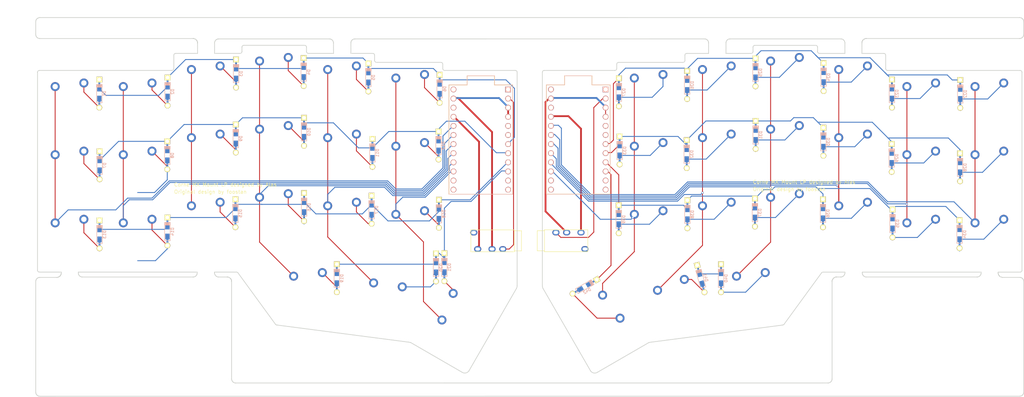
<source format=kicad_pcb>
(kicad_pcb (version 20221018) (generator pcbnew)
  (title_block (title "Corne Cherry") (date "2020-09-28") (rev "3.0.1") (company "foostan"))
  (layers (0 "F.Cu" signal) (31 "B.Cu" signal) (34 "B.Paste" user) (35 "F.Paste" user) (36 "B.SilkS" user "B.Silkscreen") (37 "F.SilkS" user "F.Silkscreen") (38 "B.Mask" user) (39 "F.Mask" user) (44 "Edge.Cuts" user))
  (net 0 "")
  (net 1 "row0")
  (net 2 "Net-(D1-Pad2)")
  (net 3 "row1")
  (net 4 "Net-(D2-Pad2)")
  (net 5 "row2")
  (net 6 "Net-(D3-Pad2)")
  (net 7 "row3")
  (net 8 "Net-(D4-Pad2)")
  (net 9 "Net-(D5-Pad2)")
  (net 10 "Net-(D6-Pad2)")
  (net 11 "Net-(D7-Pad2)")
  (net 12 "Net-(D8-Pad2)")
  (net 13 "Net-(D9-Pad2)")
  (net 14 "Net-(D10-Pad2)")
  (net 15 "Net-(D11-Pad2)")
  (net 16 "Net-(D12-Pad2)")
  (net 17 "Net-(D13-Pad2)")
  (net 18 "Net-(D14-Pad2)")
  (net 19 "Net-(D15-Pad2)")
  (net 20 "Net-(D16-Pad2)")
  (net 21 "Net-(D17-Pad2)")
  (net 22 "Net-(D18-Pad2)")
  (net 23 "Net-(D19-Pad2)")
  (net 24 "Net-(D20-Pad2)")
  (net 25 "Net-(D21-Pad2)")
  (net 26 "GND")
  (net 27 "VCC")
  (net 28 "col0")
  (net 29 "col1")
  (net 30 "col2")
  (net 31 "col3")
  (net 32 "col4")
  (net 33 "col5")
  (net 34 "LED")
  (net 35 "data")
  (net 36 "reset")
  (net 37 "SCL")
  (net 38 "SDA")
  (net 44 "Net-(D22-Pad2)")
  (net 45 "row0_r")
  (net 46 "Net-(D23-Pad2)")
  (net 47 "Net-(D24-Pad2)")
  (net 48 "Net-(D25-Pad2)")
  (net 49 "Net-(D26-Pad2)")
  (net 50 "Net-(D27-Pad2)")
  (net 51 "row1_r")
  (net 52 "Net-(D28-Pad2)")
  (net 53 "Net-(D29-Pad2)")
  (net 54 "Net-(D30-Pad2)")
  (net 55 "Net-(D31-Pad2)")
  (net 56 "Net-(D32-Pad2)")
  (net 57 "Net-(D33-Pad2)")
  (net 58 "row2_r")
  (net 59 "Net-(D34-Pad2)")
  (net 60 "Net-(D35-Pad2)")
  (net 61 "Net-(D36-Pad2)")
  (net 62 "Net-(D37-Pad2)")
  (net 63 "Net-(D38-Pad2)")
  (net 64 "Net-(D39-Pad2)")
  (net 65 "Net-(D40-Pad2)")
  (net 66 "row3_r")
  (net 67 "Net-(D41-Pad2)")
  (net 68 "Net-(D42-Pad2)")
  (net 69 "data_r")
  (net 70 "SDA_r")
  (net 71 "SCL_r")
  (net 72 "LED_r")
  (net 73 "reset_r")
  (net 74 "col0_r")
  (net 75 "col1_r")
  (net 76 "col2_r")
  (net 77 "col3_r")
  (net 78 "col4_r")
  (net 79 "col5_r")
  (net 80 "VDD")
  (net 81 "GNDA")
  (footprint "Keebio-Parts:Diode-Hybrid-Back" (layer "F.Cu") (at 28.426 33.23 90)
    (fp_text reference "D1")
    (fp_text value "D" hide)
  )
  (footprint "Keebio-Parts:Diode-Hybrid-Back" (layer "F.Cu") (at 47.4506 32.6712 90)
    (fp_text reference "D2")
    (fp_text value "D" hide)
  )
  (footprint "Keebio-Parts:Diode-Hybrid-Back" (layer "F.Cu") (at 66.5514 27.642 90)
    (fp_text reference "D3")
    (fp_text value "D" hide)
  )
  (footprint "Keebio-Parts:Diode-Hybrid-Back" (layer "F.Cu") (at 85.4109 27.2229 90)
    (fp_text reference "D4")
    (fp_text value "D" hide)
  )
  (footprint "Keebio-Parts:Diode-Hybrid-Back" (layer "F.Cu") (at 103.45125 28.72375 90)
    (fp_text reference "D5")
    (fp_text value "D" hide)
  )
  (footprint "Keebio-Parts:Diode-Hybrid-Back" (layer "F.Cu") (at 28.5022 53.2325 90)
    (fp_text reference "D7")
    (fp_text value "D" hide)
  )
  (footprint "Keebio-Parts:Diode-Hybrid-Back" (layer "F.Cu") (at 47.3744 50.4512 90)
    (fp_text reference "D8")
    (fp_text value "D" hide)
  )
  (footprint "Keebio-Parts:Diode-Hybrid-Back" (layer "F.Cu") (at 66.4752 45.7522 90)
    (fp_text reference "D9")
    (fp_text value "D" hide)
  )
  (footprint "Keebio-Parts:Diode-Hybrid-Back" (layer "F.Cu") (at 85.4998 43.8853 90)
    (fp_text reference "D10")
    (fp_text value "D" hide)
  )
  (footprint "Keebio-Parts:Diode-Hybrid-Back" (layer "F.Cu") (at 104.5752 49.7632 90)
    (fp_text reference "D11")
    (fp_text value "D" hide)
  )
  (footprint "Keebio-Parts:Diode-Hybrid-Back" (layer "F.Cu") (at 123.0156 47.7058 90)
    (fp_text reference "D12")
    (fp_text value "D" hide)
  )
  (footprint "Keebio-Parts:Diode-Hybrid-Back" (layer "F.Cu") (at 28.4768 72.4962 90)
    (fp_text reference "D13")
    (fp_text value "D" hide)
  )
  (footprint "Keebio-Parts:Diode-Hybrid-Back" (layer "F.Cu") (at 47.4125 71.6961 90)
    (fp_text reference "D14")
    (fp_text value "D" hide)
  )
  (footprint "Keebio-Parts:Diode-Hybrid-Back" (layer "F.Cu") (at 66.3736 66.6075 90)
    (fp_text reference "D15")
    (fp_text value "D" hide)
  )
  (footprint "Keebio-Parts:Diode-Hybrid-Back" (layer "F.Cu") (at 85.5252 64.8889 90)
    (fp_text reference "D16")
    (fp_text value "D" hide)
  )
  (footprint "Keebio-Parts:Diode-Hybrid-Back" (layer "F.Cu") (at 104.3466 65.6128 90)
    (fp_text reference "D17")
    (fp_text value "D" hide)
  )
  (footprint "Keebio-Parts:Diode-Hybrid-Back" (layer "F.Cu") (at 123.1172 66.7453 90)
    (fp_text reference "D18")
    (fp_text value "D" hide)
  )
  (footprint "Keebio-Parts:Diode-Hybrid-Back" (layer "F.Cu") (at 94.6438 84.7128 90)
    (fp_text reference "D19")
    (fp_text value "D" hide)
  )
  (footprint "Keebio-Parts:Diode-Hybrid-Back" (layer "F.Cu") (at 122.3044 81.6932 90)
    (fp_text reference "D20")
    (fp_text value "D" hide)
  )
  (footprint "Keebio-Parts:Diode-Hybrid-Back" (layer "F.Cu") (at 124.6412 81.6529 90)
    (fp_text reference "D21")
    (fp_text value "D" hide)
  )
  (footprint "SMKVintLinear-Footprint:SMK-JM0404-1U" (layer "F.Cu") (at 39.1075 35.78)
    (fp_text reference "SW2")
    (fp_text value "SW_Push")
  )
  (footprint "SMKVintLinear-Footprint:SMK-JM0404-1U" (layer "F.Cu") (at 58.1075 31.03)
    (fp_text reference "SW3")
    (fp_text value "SW_Push")
  )
  (footprint "SMKVintLinear-Footprint:SMK-JM0404-1U" (layer "F.Cu") (at 77.1075 28.655)
    (fp_text reference "SW4")
    (fp_text value "SW_Push")
  )
  (footprint "SMKVintLinear-Footprint:SMK-JM0404-1U" (layer "F.Cu") (at 96.1075 31.03)
    (fp_text reference "SW5")
    (fp_text value "SW_Push")
  )
  (footprint "SMKVintLinear-Footprint:SMK-JM0404-1U" (layer "F.Cu") (at 20.1075 54.78)
    (fp_text reference "SW7")
    (fp_text value "SW_Push")
  )
  (footprint "SMKVintLinear-Footprint:SMK-JM0404-1U" (layer "F.Cu") (at 39.1075 54.78)
    (fp_text reference "SW8")
    (fp_text value "SW_Push")
  )
  (footprint "SMKVintLinear-Footprint:SMK-JM0404-1U" (layer "F.Cu") (at 58.1075 50.03)
    (fp_text reference "SW9")
    (fp_text value "SW_Push")
  )
  (footprint "SMKVintLinear-Footprint:SMK-JM0404-1U" (layer "F.Cu") (at 77.1075 47.655)
    (fp_text reference "SW10")
    (fp_text value "SW_Push")
  )
  (footprint "SMKVintLinear-Footprint:SMK-JM0404-1U" (layer "F.Cu") (at 96.1075 50.03)
    (fp_text reference "SW11")
    (fp_text value "SW_Push")
  )
  (footprint "SMKVintLinear-Footprint:SMK-JM0404-1U" (layer "F.Cu") (at 115.1075 52.405)
    (fp_text reference "SW12")
    (fp_text value "SW_Push")
  )
  (footprint "SMKVintLinear-Footprint:SMK-JM0404-1U" (layer "F.Cu") (at 20.1075 73.78)
    (fp_text reference "SW13")
    (fp_text value "SW_Push")
  )
  (footprint "SMKVintLinear-Footprint:SMK-JM0404-1U" (layer "F.Cu") (at 39.1075 73.78)
    (fp_text reference "SW14")
    (fp_text value "SW_Push")
  )
  (footprint "SMKVintLinear-Footprint:SMK-JM0404-1U" (layer "F.Cu") (at 58.1075 69.03)
    (fp_text reference "SW15")
    (fp_text value "SW_Push")
  )
  (footprint "SMKVintLinear-Footprint:SMK-JM0404-1U" (layer "F.Cu") (at 77.1075 66.655)
    (fp_text reference "SW16")
    (fp_text value "SW_Push")
  )
  (footprint "SMKVintLinear-Footprint:SMK-JM0404-1U" (layer "F.Cu") (at 96.1075 69.03)
    (fp_text reference "SW17")
    (fp_text value "SW_Push")
  )
  (footprint "SMKVintLinear-Footprint:SMK-JM0404-1U" (layer "F.Cu") (at 115.1075 71.405)
    (fp_text reference "SW18")
    (fp_text value "SW_Push")
  )
  (footprint "SMKVintLinear-Footprint:SMK-JM0404-1U" (layer "F.Cu") (at 86.6075 88.655)
    (fp_text reference "SW19")
    (fp_text value "SW_Push")
  )
  (footprint "SMKVintLinear-Footprint:SMK-JM0404-1U" (layer "F.Cu") (at 107.6075 91.405 -15)
    (fp_text reference "SW20")
    (fp_text value "SW_Push")
  )
  (footprint "SMKVintLinear-Footprint:SMK-JM0404-1U" (layer "F.Cu") (at 129.8575 95.155 60)
    (fp_text reference "SW21")
    (fp_text value "SW_Push")
  )
  (footprint "SMKVintLinear-Footprint:SMK-JM0404-1U" (layer "F.Cu") (at 166.8645 95.15 -60)
    (fp_text reference "SW42")
    (fp_text value "SW_Push")
  )
  (footprint "Keebio-Parts:Diode-Hybrid-Back" (layer "F.Cu") (at 249.4441 33.2289 90)
    (fp_text reference "D23")
    (fp_text value "D" hide)
  )
  (footprint "Keebio-Parts:Diode-Hybrid-Back" (layer "F.Cu") (at 230.3941 28.6431 90)
    (fp_text reference "D24")
    (fp_text value "D" hide)
  )
  (footprint "Keebio-Parts:Diode-Hybrid-Back" (layer "F.Cu") (at 211.3949 27.3096 90)
    (fp_text reference "D25")
    (fp_text value "D" hide)
  )
  (footprint "Keebio-Parts:Diode-Hybrid-Back" (layer "F.Cu") (at 173.2949 32.8722 90)
    (fp_text reference "D27")
    (fp_text value "D" hide)
  )
  (footprint "Keebio-Parts:Diode-Hybrid-Back" (layer "F.Cu") (at 249.3806 51.1729 90)
    (fp_text reference "D29")
    (fp_text value "D" hide)
  )
  (footprint "Keebio-Parts:Diode-Hybrid-Back" (layer "F.Cu") (at 230.3306 46.6517 90)
    (fp_text reference "D30")
    (fp_text value "D" hide)
  )
  (footprint "Keebio-Parts:Diode-Hybrid-Back" (layer "F.Cu") (at 211.4457 44.7605 90)
    (fp_text reference "D31")
    (fp_text value "D" hide)
  )
  (footprint "Keebio-Parts:Diode-Hybrid-Back" (layer "F.Cu") (at 192.2179 50.1188 90)
    (fp_text reference "D32")
    (fp_text value "D" hide)
  )
  (footprint "Keebio-Parts:Diode-Hybrid-Back" (layer "F.Cu") (at 173.5108 49.0774 90)
    (fp_text reference "D33")
    (fp_text value "D" hide)
  )
  (footprint "Keebio-Parts:Diode-Hybrid-Back" (layer "F.Cu") (at 268.3036 72.4454 90)
    (fp_text reference "D34")
    (fp_text value "D" hide)
  )
  (footprint "Keebio-Parts:Diode-Hybrid-Back" (layer "F.Cu") (at 249.6092 69.4482 90)
    (fp_text reference "D35")
    (fp_text value "D" hide)
  )
  (footprint "Keebio-Parts:Diode-Hybrid-Back" (layer "F.Cu") (at 230.2163 66.6172 90)
    (fp_text reference "D36")
    (fp_text value "D" hide)
  )
  (footprint "Keebio-Parts:Diode-Hybrid-Back" (layer "F.Cu") (at 211.2425 66.4002 90)
    (fp_text reference "D37")
    (fp_text value "D" hide)
  )
  (footprint "Keebio-Parts:Diode-Hybrid-Back" (layer "F.Cu") (at 192.4084 66.8828 90)
    (fp_text reference "D38")
    (fp_text value "D" hide)
  )
  (footprint "Keebio-Parts:Diode-Hybrid-Back" (layer "F.Cu") (at 173.2568 68.2671 90)
    (fp_text reference "D39")
    (fp_text value "D" hide)
  )
  (footprint "Keebio-Parts:Diode-Hybrid-Back" (layer "F.Cu") (at 201.7937 84.7244 90)
    (fp_text reference "D40")
    (fp_text value "D" hide)
  )
  (footprint "Keebio-Parts:Diode-Hybrid-Back" (layer "F.Cu") (at 196.1549 84.8671 105)
    (fp_text reference "D41")
    (fp_text value "D" hide)
  )
  (footprint "Keebio-Parts:Diode-Hybrid-Back" (layer "F.Cu") (at 163.763836 87.0696 30)
    (fp_text reference "D42")
    (fp_text value "D" hide)
  )
  (footprint "Keebio-Parts:Diode-Hybrid-Back" (layer "F.Cu") (at 268.4941 33.3294 90)
    (fp_text reference "D22")
    (fp_text value "D" hide)
  )
  (footprint "SMKVintLinear-Footprint:SMK-JM0404-1U" (layer "F.Cu") (at 219.6145 66.65)
    (fp_text reference "SW37")
    (fp_text value "SW_Push")
  )
  (footprint "SMKVintLinear-Footprint:SMK-JM0404-1U" (layer "F.Cu") (at 200.6145 69.025)
    (fp_text reference "SW38")
    (fp_text value "SW_Push")
  )
  (footprint "SMKVintLinear-Footprint:SMK-JM0404-1U" (layer "F.Cu") (at 181.6145 71.4)
    (fp_text reference "SW39")
    (fp_text value "SW_Push")
  )
  (footprint "SMKVintLinear-Footprint:SMK-JM0404-1U" (layer "F.Cu") (at 210.1145 88.65)
    (fp_text reference "SW40")
    (fp_text value "SW_Push")
  )
  (footprint "SMKVintLinear-Footprint:SMK-JM0404-1U" (layer "F.Cu") (at 189.1145 91.4 15)
    (fp_text reference "SW41")
    (fp_text value "SW_Push")
  )
  (footprint "SMKVintLinear-Footprint:SMK-JM0404-1U" (layer "F.Cu") (at 219.6145 28.65)
    (fp_text reference "SW25")
    (fp_text value "SW_Push")
  )
  (footprint "SMKVintLinear-Footprint:SMK-JM0404-1U" (layer "F.Cu") (at 200.6145 31.025)
    (fp_text reference "SW26")
    (fp_text value "SW_Push")
  )
  (footprint "SMKVintLinear-Footprint:SMK-JM0404-1U" (layer "F.Cu") (at 276.6145 54.775)
    (fp_text reference "SW28")
    (fp_text value "SW_Push")
  )
  (footprint "SMKVintLinear-Footprint:SMK-JM0404-1U" (layer "F.Cu") (at 238.6145 31.025)
    (fp_text reference "SW24")
    (fp_text value "SW_Push")
  )
  (footprint "SMKVintLinear-Footprint:SMK-JM0404-1U" (layer "F.Cu") (at 257.6145 54.775)
    (fp_text reference "SW29")
    (fp_text value "SW_Push")
  )
  (footprint "SMKVintLinear-Footprint:SMK-JM0404-1U" (layer "F.Cu") (at 257.6145 73.775)
    (fp_text reference "SW35")
    (fp_text value "SW_Push")
  )
  (footprint "SMKVintLinear-Footprint:SMK-JM0404-1U" (layer "F.Cu") (at 238.6145 69.025)
    (fp_text reference "SW36")
    (fp_text value "SW_Push")
  )
  (footprint "SMKVintLinear-Footprint:SMK-JM0404-1U" (layer "F.Cu") (at 276.6145 35.775)
    (fp_text reference "SW22")
    (fp_text value "SW_Push")
  )
  (footprint "SMKVintLinear-Footprint:SMK-JM0404-1U" (layer "F.Cu") (at 257.6145 35.775)
    (fp_text reference "SW23")
    (fp_text value "SW_Push")
  )
  (footprint "SMKVintLinear-Footprint:SMK-JM0404-1U" (layer "F.Cu") (at 238.6145 50.025)
    (fp_text reference "SW30")
    (fp_text value "SW_Push")
  )
  (footprint "SMKVintLinear-Footprint:SMK-JM0404-1U" (layer "F.Cu") (at 219.6145 47.65)
    (fp_text reference "SW31")
    (fp_text value "SW_Push")
  )
  (footprint "SMKVintLinear-Footprint:SMK-JM0404-1U" (layer "F.Cu") (at 200.6145 50.025)
    (fp_text reference "SW32")
    (fp_text value "SW_Push")
  )
  (footprint "SMKVintLinear-Footprint:SMK-JM0404-1U" (layer "F.Cu") (at 181.6145 52.4)
    (fp_text reference "SW33")
    (fp_text value "SW_Push")
  )
  (footprint "SMKVintLinear-Footprint:SMK-JM0404-1U" (layer "F.Cu") (at 276.6145 73.775)
    (fp_text reference "SW34")
    (fp_text value "SW_Push")
  )
  (footprint "SMKVintLinear-Footprint:SMK-JM0404-1U" (layer "F.Cu") (at 20.1075 35.78)
    (fp_text reference "SW1")
    (fp_text value "SW_Push")
  )
  (footprint "SMKVintLinear-Footprint:SMK-JM0404-1U" (layer "F.Cu") (at 115.1075 33.405)
    (fp_text reference "SW6")
    (fp_text value "SW_Push")
  )
  (footprint "SMKVintLinear-Footprint:SMK-JM0404-1U" (layer "F.Cu") (at 181.6075 33.405)
    (fp_text reference "SW27")
    (fp_text value "SW_Push")
  )
  (footprint "Keebio-Parts:TRRS-PJ-320A" (layer "F.Cu") (at 144.1345 74.292 -90)
    (fp_text reference "J1")
    (fp_text value "Conn_01x04_Female")
  )
  (footprint "Keebio-Parts:TRRS-PJ-320A" (layer "F.Cu") (at 152.5375 74.27 90)
    (fp_text reference "J2")
    (fp_text value "Conn_01x04_Female")
  )
  (footprint "Keebio-Parts:Diode-Hybrid-Back" (layer "F.Cu") (at 123.3204 31.8935 90)
    (fp_text reference "D6")
    (fp_text value "D" hide)
  )
  (footprint "Keebio-Parts:Diode-Hybrid-Back" (layer "F.Cu") (at 268.4433 53.7902 90)
    (fp_text reference "D28")
    (fp_text value "D" hide)
  )
  (footprint "Keebio-Parts:Diode-Hybrid-Back" (layer "F.Cu") (at 192.3449 30.8402 90)
    (fp_text reference "D26")
    (fp_text value "D" hide)
  )
  (footprint "promicro:ProMicro" (layer "B.Cu") (at 161.9792 46.0432 -90)
    (fp_text reference "U1" hide)
    (fp_text value "ProMicro")
  )
  (footprint "promicro:ProMicro" (layer "B.Cu") (at 134.8012 46.0559 -90)
    (fp_text reference "U2" hide)
    (fp_text value "ProMicro")
  )
  (gr_line (start 17.8075 83.020309) (end 17.8125 83.25) (stroke (width 0.2)) (layer "Edge.Cuts"))
  (gr_line (start 17.8125 83.25) (end 17.8123 83.252) (stroke (width 0.2)) (layer "Edge.Cuts"))
  (gr_line (start 17.8123 83.252) (end 17.8123 83.252) (stroke (width 0.2)) (layer "Edge.Cuts"))
  (gr_line (start 17.8123 83.252) (end 17.7896 83.483) (stroke (width 0.2)) (layer "Edge.Cuts"))
  (gr_line (start 17.7896 83.483) (end 17.7896 83.483) (stroke (width 0.2)) (layer "Edge.Cuts"))
  (gr_line (start 17.7896 83.483) (end 17.7896 83.483) (stroke (width 0.2)) (layer "Edge.Cuts"))
  (gr_line (start 17.7896 83.483) (end 17.7896 83.484) (stroke (width 0.2)) (layer "Edge.Cuts"))
  (gr_line (start 17.7896 83.484) (end 17.7886 83.488) (stroke (width 0.2)) (layer "Edge.Cuts"))
  (gr_line (start 17.7886 83.488) (end 17.7877 83.493) (stroke (width 0.2)) (layer "Edge.Cuts"))
  (gr_line (start 17.7877 83.493) (end 17.7208 83.714) (stroke (width 0.2)) (layer "Edge.Cuts"))
  (gr_line (start 17.7208 83.714) (end 17.7206 83.715) (stroke (width 0.2)) (layer "Edge.Cuts"))
  (gr_line (start 17.7206 83.715) (end 17.7188 83.719) (stroke (width 0.2)) (layer "Edge.Cuts"))
  (gr_line (start 17.7188 83.719) (end 17.717 83.724) (stroke (width 0.2)) (layer "Edge.Cuts"))
  (gr_line (start 17.717 83.724) (end 17.6082 83.928) (stroke (width 0.2)) (layer "Edge.Cuts"))
  (gr_line (start 17.6082 83.928) (end 17.6079 83.929) (stroke (width 0.2)) (layer "Edge.Cuts"))
  (gr_line (start 17.6079 83.929) (end 17.6054 83.932) (stroke (width 0.2)) (layer "Edge.Cuts"))
  (gr_line (start 17.6054 83.932) (end 17.6028 83.936) (stroke (width 0.2)) (layer "Edge.Cuts"))
  (gr_line (start 17.6028 83.936) (end 17.4564 84.116) (stroke (width 0.2)) (layer "Edge.Cuts"))
  (gr_line (start 17.4564 84.116) (end 17.4564 84.116) (stroke (width 0.2)) (layer "Edge.Cuts"))
  (gr_line (start 17.4564 84.116) (end 17.4564 84.116) (stroke (width 0.2)) (layer "Edge.Cuts"))
  (gr_line (start 17.4564 84.116) (end 17.4559 84.116) (stroke (width 0.2)) (layer "Edge.Cuts"))
  (gr_line (start 17.4559 84.116) (end 17.4527 84.12) (stroke (width 0.2)) (layer "Edge.Cuts"))
  (gr_line (start 17.4527 84.12) (end 17.4495 84.123) (stroke (width 0.2)) (layer "Edge.Cuts"))
  (gr_line (start 17.4495 84.123) (end 17.2709 84.271) (stroke (width 0.2)) (layer "Edge.Cuts"))
  (gr_line (start 17.2709 84.271) (end 17.2704 84.271) (stroke (width 0.2)) (layer "Edge.Cuts"))
  (gr_line (start 17.2704 84.271) (end 17.2666 84.273) (stroke (width 0.2)) (layer "Edge.Cuts"))
  (gr_line (start 17.2666 84.273) (end 17.2628 84.276) (stroke (width 0.2)) (layer "Edge.Cuts"))
  (gr_line (start 17.2628 84.276) (end 17.059 84.386) (stroke (width 0.2)) (layer "Edge.Cuts"))
  (gr_line (start 17.059 84.386) (end 17.059 84.386) (stroke (width 0.2)) (layer "Edge.Cuts"))
  (gr_line (start 17.059 84.386) (end 17.059 84.386) (stroke (width 0.2)) (layer "Edge.Cuts"))
  (gr_line (start 17.059 84.386) (end 17.0583 84.387) (stroke (width 0.2)) (layer "Edge.Cuts"))
  (gr_line (start 17.0583 84.387) (end 17.0542 84.388) (stroke (width 0.2)) (layer "Edge.Cuts"))
  (gr_line (start 17.0542 84.388) (end 17.05 84.39) (stroke (width 0.2)) (layer "Edge.Cuts"))
  (gr_line (start 17.05 84.39) (end 16.8286 84.459) (stroke (width 0.2)) (layer "Edge.Cuts"))
  (gr_line (start 16.8286 84.459) (end 16.8279 84.459) (stroke (width 0.2)) (layer "Edge.Cuts"))
  (gr_line (start 16.8279 84.459) (end 16.8235 84.46) (stroke (width 0.2)) (layer "Edge.Cuts"))
  (gr_line (start 16.8235 84.46) (end 16.819 84.46) (stroke (width 0.2)) (layer "Edge.Cuts"))
  (gr_line (start 16.819 84.46) (end 16.5885 84.485) (stroke (width 0.2)) (layer "Edge.Cuts"))
  (gr_line (start 16.5885 84.485) (end 16.5878 84.485) (stroke (width 0.2)) (layer "Edge.Cuts"))
  (gr_line (start 16.5878 84.485) (end 16.5856 84.485) (stroke (width 0.2)) (layer "Edge.Cuts"))
  (gr_line (start 16.5856 84.485) (end 16.5835 84.485) (stroke (width 0.2)) (layer "Edge.Cuts"))
  (gr_line (start 16.5835 84.485) (end 16.5775 84.485) (stroke (width 0.2)) (layer "Edge.Cuts"))
  (gr_line (start 16.5775 84.485) (end 16.5774 84.485) (stroke (width 0.2)) (layer "Edge.Cuts"))
  (gr_line (start 16.5774 84.485) (end 11.8252 84.485) (stroke (width 0.2)) (layer "Edge.Cuts"))
  (gr_line (start 11.8252 84.485) (end 11.8194 84.485) (stroke (width 0.2)) (layer "Edge.Cuts"))
  (gr_line (start 11.8194 84.485) (end 11.5963 84.508) (stroke (width 0.2)) (layer "Edge.Cuts"))
  (gr_line (start 11.5963 84.508) (end 11.3843 84.574) (stroke (width 0.2)) (layer "Edge.Cuts"))
  (gr_line (start 11.3843 84.574) (end 11.1891 84.68) (stroke (width 0.2)) (layer "Edge.Cuts"))
  (gr_line (start 11.1891 84.68) (end 11.018 84.821) (stroke (width 0.2)) (layer "Edge.Cuts"))
  (gr_line (start 11.018 84.821) (end 10.8778 84.993) (stroke (width 0.2)) (layer "Edge.Cuts"))
  (gr_line (start 10.8778 84.993) (end 10.7736 85.189) (stroke (width 0.2)) (layer "Edge.Cuts"))
  (gr_line (start 10.7736 85.189) (end 10.7094 85.402) (stroke (width 0.2)) (layer "Edge.Cuts"))
  (gr_line (start 10.7094 85.402) (end 10.6875 85.625) (stroke (width 0.2)) (layer "Edge.Cuts"))
  (gr_line (start 10.6875 116.497) (end 10.6875 116.503) (stroke (width 0.2)) (layer "Edge.Cuts"))
  (gr_line (start 10.6875 116.503) (end 10.711 116.726) (stroke (width 0.2)) (layer "Edge.Cuts"))
  (gr_line (start 10.711 116.726) (end 10.7766 116.938) (stroke (width 0.2)) (layer "Edge.Cuts"))
  (gr_line (start 10.7766 116.938) (end 10.8822 117.133) (stroke (width 0.2)) (layer "Edge.Cuts"))
  (gr_line (start 10.8822 117.133) (end 11.0236 117.304) (stroke (width 0.2)) (layer "Edge.Cuts"))
  (gr_line (start 11.0236 117.304) (end 11.1957 117.445) (stroke (width 0.2)) (layer "Edge.Cuts"))
  (gr_line (start 11.1957 117.445) (end 11.3916 117.549) (stroke (width 0.2)) (layer "Edge.Cuts"))
  (gr_line (start 11.3916 117.549) (end 11.6041 117.613) (stroke (width 0.2)) (layer "Edge.Cuts"))
  (gr_line (start 11.6041 117.613) (end 11.8274 117.635) (stroke (width 0.2)) (layer "Edge.Cuts"))
  (gr_line (start 11.8274 117.635) (end 285.0575 117.626) (stroke (width 0.2)) (layer "Edge.Cuts"))
  (gr_line (start 285.0555 12.0385) (end 11.8252 12.0475) (stroke (width 0.2)) (layer "Edge.Cuts"))
  (gr_line (start 11.8252 12.0475) (end 11.8194 12.0475) (stroke (width 0.2)) (layer "Edge.Cuts"))
  (gr_line (start 11.8194 12.0475) (end 11.5963 12.071) (stroke (width 0.2)) (layer "Edge.Cuts"))
  (gr_line (start 11.5963 12.071) (end 11.3843 12.1366) (stroke (width 0.2)) (layer "Edge.Cuts"))
  (gr_line (start 11.3843 12.1366) (end 11.1891 12.2422) (stroke (width 0.2)) (layer "Edge.Cuts"))
  (gr_line (start 11.1891 12.2422) (end 11.018 12.3837) (stroke (width 0.2)) (layer "Edge.Cuts"))
  (gr_line (start 11.018 12.3837) (end 10.8778 12.5557) (stroke (width 0.2)) (layer "Edge.Cuts"))
  (gr_line (start 10.8778 12.5557) (end 10.7736 12.7516) (stroke (width 0.2)) (layer "Edge.Cuts"))
  (gr_line (start 10.7736 12.7516) (end 10.7094 12.9641) (stroke (width 0.2)) (layer "Edge.Cuts"))
  (gr_line (start 10.7094 12.9641) (end 10.6875 13.1875) (stroke (width 0.2)) (layer "Edge.Cuts"))
  (gr_line (start 10.6875 13.1875) (end 10.6875 16.7473) (stroke (width 0.2)) (layer "Edge.Cuts"))
  (gr_line (start 10.6875 16.7473) (end 10.6875 16.7531) (stroke (width 0.2)) (layer "Edge.Cuts"))
  (gr_line (start 10.6875 16.7531) (end 10.711 16.9762) (stroke (width 0.2)) (layer "Edge.Cuts"))
  (gr_line (start 10.711 16.9762) (end 10.7766 17.1882) (stroke (width 0.2)) (layer "Edge.Cuts"))
  (gr_line (start 10.7766 17.1882) (end 10.8822 17.3835) (stroke (width 0.2)) (layer "Edge.Cuts"))
  (gr_line (start 10.8822 17.3835) (end 11.0236 17.5545) (stroke (width 0.2)) (layer "Edge.Cuts"))
  (gr_line (start 11.0236 17.5545) (end 11.1957 17.6948) (stroke (width 0.2)) (layer "Edge.Cuts"))
  (gr_line (start 11.1957 17.6948) (end 11.3916 17.799) (stroke (width 0.2)) (layer "Edge.Cuts"))
  (gr_line (start 11.3916 17.799) (end 11.6041 17.8631) (stroke (width 0.2)) (layer "Edge.Cuts"))
  (gr_line (start 11.6041 17.8631) (end 11.8274 17.885) (stroke (width 0.2)) (layer "Edge.Cuts"))
  (gr_line (start 11.8274 17.885) (end 54.5774 17.885) (stroke (width 0.2)) (layer "Edge.Cuts"))
  (gr_line (start 54.5774 17.885) (end 54.5799 17.8853) (stroke (width 0.2)) (layer "Edge.Cuts"))
  (gr_line (start 54.5799 17.8853) (end 54.5799 17.8853) (stroke (width 0.2)) (layer "Edge.Cuts"))
  (gr_line (start 54.5799 17.8853) (end 54.8105 17.9079) (stroke (width 0.2)) (layer "Edge.Cuts"))
  (gr_line (start 54.8105 17.9079) (end 54.8105 17.9079) (stroke (width 0.2)) (layer "Edge.Cuts"))
  (gr_line (start 54.8105 17.9079) (end 54.8105 17.9079) (stroke (width 0.2)) (layer "Edge.Cuts"))
  (gr_line (start 54.8105 17.9079) (end 54.8112 17.9079) (stroke (width 0.2)) (layer "Edge.Cuts"))
  (gr_line (start 54.8112 17.9079) (end 54.8156 17.9089) (stroke (width 0.2)) (layer "Edge.Cuts"))
  (gr_line (start 54.8156 17.9089) (end 54.8201 17.9098) (stroke (width 0.2)) (layer "Edge.Cuts"))
  (gr_line (start 54.8201 17.9098) (end 55.042 17.9768) (stroke (width 0.2)) (layer "Edge.Cuts"))
  (gr_line (start 55.042 17.9768) (end 55.0426 17.977) (stroke (width 0.2)) (layer "Edge.Cuts"))
  (gr_line (start 55.0426 17.977) (end 55.0468 17.9787) (stroke (width 0.2)) (layer "Edge.Cuts"))
  (gr_line (start 55.0468 17.9787) (end 55.051 17.9805) (stroke (width 0.2)) (layer "Edge.Cuts"))
  (gr_line (start 55.051 17.9805) (end 55.2556 18.0893) (stroke (width 0.2)) (layer "Edge.Cuts"))
  (gr_line (start 55.2556 18.0893) (end 55.2556 18.0893) (stroke (width 0.2)) (layer "Edge.Cuts"))
  (gr_line (start 55.2556 18.0893) (end 55.2556 18.0893) (stroke (width 0.2)) (layer "Edge.Cuts"))
  (gr_line (start 55.2556 18.0893) (end 55.2562 18.0896) (stroke (width 0.2)) (layer "Edge.Cuts"))
  (gr_line (start 55.2562 18.0896) (end 55.26 18.0922) (stroke (width 0.2)) (layer "Edge.Cuts"))
  (gr_line (start 55.26 18.0922) (end 55.2638 18.0947) (stroke (width 0.2)) (layer "Edge.Cuts"))
  (gr_line (start 55.2638 18.0947) (end 55.4434 18.2412) (stroke (width 0.2)) (layer "Edge.Cuts"))
  (gr_line (start 55.4434 18.2412) (end 55.4439 18.2416) (stroke (width 0.2)) (layer "Edge.Cuts"))
  (gr_line (start 55.4439 18.2416) (end 55.447 18.2448) (stroke (width 0.2)) (layer "Edge.Cuts"))
  (gr_line (start 55.447 18.2448) (end 55.4503 18.248) (stroke (width 0.2)) (layer "Edge.Cuts"))
  (gr_line (start 55.4503 18.248) (end 55.598 18.4266) (stroke (width 0.2)) (layer "Edge.Cuts"))
  (gr_line (start 55.598 18.4266) (end 55.5984 18.4271) (stroke (width 0.2)) (layer "Edge.Cuts"))
  (gr_line (start 55.5984 18.4271) (end 55.6009 18.4309) (stroke (width 0.2)) (layer "Edge.Cuts"))
  (gr_line (start 55.6009 18.4309) (end 55.6035 18.4347) (stroke (width 0.2)) (layer "Edge.Cuts"))
  (gr_line (start 55.6035 18.4347) (end 55.7137 18.6386) (stroke (width 0.2)) (layer "Edge.Cuts"))
  (gr_line (start 55.7137 18.6386) (end 55.7137 18.6386) (stroke (width 0.2)) (layer "Edge.Cuts"))
  (gr_line (start 55.7137 18.6386) (end 55.7137 18.6386) (stroke (width 0.2)) (layer "Edge.Cuts"))
  (gr_line (start 55.7137 18.6386) (end 55.714 18.6392) (stroke (width 0.2)) (layer "Edge.Cuts"))
  (gr_line (start 55.714 18.6392) (end 55.7157 18.6434) (stroke (width 0.2)) (layer "Edge.Cuts"))
  (gr_line (start 55.7157 18.6434) (end 55.7175 18.6476) (stroke (width 0.2)) (layer "Edge.Cuts"))
  (gr_line (start 55.7175 18.6476) (end 55.786 18.869) (stroke (width 0.2)) (layer "Edge.Cuts"))
  (gr_line (start 55.786 18.869) (end 55.7862 18.8696) (stroke (width 0.2)) (layer "Edge.Cuts"))
  (gr_line (start 55.7862 18.8696) (end 55.7871 18.8741) (stroke (width 0.2)) (layer "Edge.Cuts"))
  (gr_line (start 55.7871 18.8741) (end 55.788 18.8785) (stroke (width 0.2)) (layer "Edge.Cuts"))
  (gr_line (start 55.788 18.8785) (end 55.8122 19.109) (stroke (width 0.2)) (layer "Edge.Cuts"))
  (gr_line (start 55.8122 19.109) (end 55.8123 19.1097) (stroke (width 0.2)) (layer "Edge.Cuts"))
  (gr_line (start 55.8123 19.1097) (end 55.8122 19.1119) (stroke (width 0.2)) (layer "Edge.Cuts"))
  (gr_line (start 55.8122 19.1119) (end 55.8125 19.1141) (stroke (width 0.2)) (layer "Edge.Cuts"))
  (gr_line (start 55.8125 19.1141) (end 55.8125 19.12) (stroke (width 0.2)) (layer "Edge.Cuts"))
  (gr_line (start 55.8125 19.12) (end 55.8125 19.1201) (stroke (width 0.2)) (layer "Edge.Cuts"))
  (gr_line (start 55.8125 19.1201) (end 55.8175 22.020252) (stroke (width 0.2)) (layer "Edge.Cuts"))
  (gr_line (start 60.5575 83.021073) (end 60.5625 83.247) (stroke (width 0.2)) (layer "Edge.Cuts"))
  (gr_line (start 60.5625 83.247) (end 60.5625 83.253) (stroke (width 0.2)) (layer "Edge.Cuts"))
  (gr_line (start 60.5625 83.253) (end 60.586 83.476) (stroke (width 0.2)) (layer "Edge.Cuts"))
  (gr_line (start 60.586 83.476) (end 60.6516 83.688) (stroke (width 0.2)) (layer "Edge.Cuts"))
  (gr_line (start 60.6516 83.688) (end 60.7572 83.883) (stroke (width 0.2)) (layer "Edge.Cuts"))
  (gr_line (start 60.7572 83.883) (end 60.8986 84.054) (stroke (width 0.2)) (layer "Edge.Cuts"))
  (gr_line (start 60.8986 84.054) (end 61.0707 84.195) (stroke (width 0.2)) (layer "Edge.Cuts"))
  (gr_line (start 61.0707 84.195) (end 61.2666 84.299) (stroke (width 0.2)) (layer "Edge.Cuts"))
  (gr_line (start 61.2666 84.299) (end 61.4791 84.363) (stroke (width 0.2)) (layer "Edge.Cuts"))
  (gr_line (start 61.4791 84.363) (end 61.7024 84.385) (stroke (width 0.2)) (layer "Edge.Cuts"))
  (gr_line (start 61.7024 84.385) (end 64.0774 84.385) (stroke (width 0.2)) (layer "Edge.Cuts"))
  (gr_line (start 64.0774 84.385) (end 64.0799 84.385) (stroke (width 0.2)) (layer "Edge.Cuts"))
  (gr_line (start 64.0799 84.385) (end 64.0799 84.385) (stroke (width 0.2)) (layer "Edge.Cuts"))
  (gr_line (start 64.0799 84.385) (end 64.3105 84.408) (stroke (width 0.2)) (layer "Edge.Cuts"))
  (gr_line (start 64.3105 84.408) (end 64.3105 84.408) (stroke (width 0.2)) (layer "Edge.Cuts"))
  (gr_line (start 64.3105 84.408) (end 64.3105 84.408) (stroke (width 0.2)) (layer "Edge.Cuts"))
  (gr_line (start 64.3105 84.408) (end 64.3112 84.408) (stroke (width 0.2)) (layer "Edge.Cuts"))
  (gr_line (start 64.3112 84.408) (end 64.3156 84.409) (stroke (width 0.2)) (layer "Edge.Cuts"))
  (gr_line (start 64.3156 84.409) (end 64.3201 84.41) (stroke (width 0.2)) (layer "Edge.Cuts"))
  (gr_line (start 64.3201 84.41) (end 64.542 84.477) (stroke (width 0.2)) (layer "Edge.Cuts"))
  (gr_line (start 64.542 84.477) (end 64.542599 84.477) (stroke (width 0.2)) (layer "Edge.Cuts"))
  (gr_line (start 64.542599 84.477) (end 64.5468 84.479) (stroke (width 0.2)) (layer "Edge.Cuts"))
  (gr_line (start 64.5468 84.479) (end 64.551 84.48) (stroke (width 0.2)) (layer "Edge.Cuts"))
  (gr_line (start 64.551 84.48) (end 64.7556 84.589) (stroke (width 0.2)) (layer "Edge.Cuts"))
  (gr_line (start 64.7556 84.589) (end 64.7556 84.589) (stroke (width 0.2)) (layer "Edge.Cuts"))
  (gr_line (start 64.7556 84.589) (end 64.7556 84.589) (stroke (width 0.2)) (layer "Edge.Cuts"))
  (gr_line (start 64.7556 84.589) (end 64.756199 84.59) (stroke (width 0.2)) (layer "Edge.Cuts"))
  (gr_line (start 64.756199 84.59) (end 64.759999 84.592) (stroke (width 0.2)) (layer "Edge.Cuts"))
  (gr_line (start 64.759999 84.592) (end 64.7638 84.595) (stroke (width 0.2)) (layer "Edge.Cuts"))
  (gr_line (start 64.7638 84.595) (end 64.9434 84.741) (stroke (width 0.2)) (layer "Edge.Cuts"))
  (gr_line (start 64.9434 84.741) (end 64.9439 84.742) (stroke (width 0.2)) (layer "Edge.Cuts"))
  (gr_line (start 64.9439 84.742) (end 64.947 84.745) (stroke (width 0.2)) (layer "Edge.Cuts"))
  (gr_line (start 64.947 84.745) (end 64.9503 84.748) (stroke (width 0.2)) (layer "Edge.Cuts"))
  (gr_line (start 64.9503 84.748) (end 65.098 84.927) (stroke (width 0.2)) (layer "Edge.Cuts"))
  (gr_line (start 65.098 84.927) (end 65.0984 84.927) (stroke (width 0.2)) (layer "Edge.Cuts"))
  (gr_line (start 65.0984 84.927) (end 65.1009 84.931) (stroke (width 0.2)) (layer "Edge.Cuts"))
  (gr_line (start 65.1009 84.931) (end 65.1035 84.935) (stroke (width 0.2)) (layer "Edge.Cuts"))
  (gr_line (start 65.1035 84.935) (end 65.2137 85.139) (stroke (width 0.2)) (layer "Edge.Cuts"))
  (gr_line (start 65.2137 85.139) (end 65.2137 85.139) (stroke (width 0.2)) (layer "Edge.Cuts"))
  (gr_line (start 65.2137 85.139) (end 65.2137 85.139) (stroke (width 0.2)) (layer "Edge.Cuts"))
  (gr_line (start 65.2137 85.139) (end 65.214 85.139) (stroke (width 0.2)) (layer "Edge.Cuts"))
  (gr_line (start 65.214 85.139) (end 65.2157 85.143) (stroke (width 0.2)) (layer "Edge.Cuts"))
  (gr_line (start 65.2157 85.143) (end 65.2175 85.148) (stroke (width 0.2)) (layer "Edge.Cuts"))
  (gr_line (start 65.2175 85.148) (end 65.286 85.369) (stroke (width 0.2)) (layer "Edge.Cuts"))
  (gr_line (start 65.286 85.369) (end 65.2862 85.37) (stroke (width 0.2)) (layer "Edge.Cuts"))
  (gr_line (start 65.2862 85.37) (end 65.2871 85.374) (stroke (width 0.2)) (layer "Edge.Cuts"))
  (gr_line (start 65.2871 85.374) (end 65.288 85.379) (stroke (width 0.2)) (layer "Edge.Cuts"))
  (gr_line (start 65.288 85.379) (end 65.3122 85.609) (stroke (width 0.2)) (layer "Edge.Cuts"))
  (gr_line (start 65.3122 85.609) (end 65.3123 85.61) (stroke (width 0.2)) (layer "Edge.Cuts"))
  (gr_line (start 65.3123 85.61) (end 65.3122 85.612) (stroke (width 0.2)) (layer "Edge.Cuts"))
  (gr_line (start 65.3122 85.612) (end 65.3125 85.614) (stroke (width 0.2)) (layer "Edge.Cuts"))
  (gr_line (start 65.3125 85.614) (end 65.3125 85.62) (stroke (width 0.2)) (layer "Edge.Cuts"))
  (gr_line (start 65.3125 85.62) (end 65.3125 85.62) (stroke (width 0.2)) (layer "Edge.Cuts"))
  (gr_line (start 65.3125 85.62) (end 65.3125 112.797) (stroke (width 0.2)) (layer "Edge.Cuts"))
  (gr_line (start 65.3125 112.797) (end 65.3125 112.803) (stroke (width 0.2)) (layer "Edge.Cuts"))
  (gr_line (start 65.3125 112.803) (end 65.336 113.026) (stroke (width 0.2)) (layer "Edge.Cuts"))
  (gr_line (start 65.336 113.026) (end 65.4016 113.238) (stroke (width 0.2)) (layer "Edge.Cuts"))
  (gr_line (start 65.4016 113.238) (end 65.5072 113.433) (stroke (width 0.2)) (layer "Edge.Cuts"))
  (gr_line (start 65.5072 113.433) (end 65.6486 113.604) (stroke (width 0.2)) (layer "Edge.Cuts"))
  (gr_line (start 65.6486 113.604) (end 65.8207 113.745) (stroke (width 0.2)) (layer "Edge.Cuts"))
  (gr_line (start 65.8207 113.745) (end 66.0166 113.849) (stroke (width 0.2)) (layer "Edge.Cuts"))
  (gr_line (start 66.0166 113.849) (end 66.2291 113.913) (stroke (width 0.2)) (layer "Edge.Cuts"))
  (gr_line (start 66.2291 113.913) (end 66.4524 113.935) (stroke (width 0.2)) (layer "Edge.Cuts"))
  (gr_line (start 66.4545 113.934) (end 231.6195 113.926) (stroke (width 0.2)) (layer "Edge.Cuts"))
  (gr_line (start 197.1805 17.976) (end 99.7005 17.985) (stroke (width 0.2)) (layer "Edge.Cuts"))
  (gr_line (start 99.7005 17.985) (end 99.6945 17.985) (stroke (width 0.2)) (layer "Edge.Cuts"))
  (gr_line (start 99.6945 17.985) (end 99.4715 18.0085) (stroke (width 0.2)) (layer "Edge.Cuts"))
  (gr_line (start 99.4715 18.0085) (end 99.2595 18.0741) (stroke (width 0.2)) (layer "Edge.Cuts"))
  (gr_line (start 99.2595 18.0741) (end 99.0645 18.1797) (stroke (width 0.2)) (layer "Edge.Cuts"))
  (gr_line (start 99.0645 18.1797) (end 98.8935 18.3212) (stroke (width 0.2)) (layer "Edge.Cuts"))
  (gr_line (start 98.8935 18.3212) (end 98.7525 18.4932) (stroke (width 0.2)) (layer "Edge.Cuts"))
  (gr_line (start 98.7525 18.4932) (end 98.6485 18.6891) (stroke (width 0.2)) (layer "Edge.Cuts"))
  (gr_line (start 98.6485 18.6891) (end 98.5845 18.9016) (stroke (width 0.2)) (layer "Edge.Cuts"))
  (gr_line (start 98.5845 18.9016) (end 98.5625 19.125) (stroke (width 0.2)) (layer "Edge.Cuts"))
  (gr_line (start 98.5625 19.125) (end 98.5675 22.018729) (stroke (width 0.2)) (layer "Edge.Cuts"))
  (gr_line (start 22.5675 83.020309) (end 22.5625 83.247) (stroke (width 0.2)) (layer "Edge.Cuts"))
  (gr_line (start 22.5625 83.247) (end 22.5625 83.253) (stroke (width 0.2)) (layer "Edge.Cuts"))
  (gr_line (start 22.5625 83.253) (end 22.586 83.476) (stroke (width 0.2)) (layer "Edge.Cuts"))
  (gr_line (start 22.586 83.476) (end 22.6516 83.688) (stroke (width 0.2)) (layer "Edge.Cuts"))
  (gr_line (start 22.6516 83.688) (end 22.7572 83.883) (stroke (width 0.2)) (layer "Edge.Cuts"))
  (gr_line (start 22.7572 83.883) (end 22.8986 84.054) (stroke (width 0.2)) (layer "Edge.Cuts"))
  (gr_line (start 22.8986 84.054) (end 23.0707 84.195) (stroke (width 0.2)) (layer "Edge.Cuts"))
  (gr_line (start 23.0707 84.195) (end 23.2666 84.299) (stroke (width 0.2)) (layer "Edge.Cuts"))
  (gr_line (start 23.2666 84.299) (end 23.4791 84.363) (stroke (width 0.2)) (layer "Edge.Cuts"))
  (gr_line (start 23.4791 84.363) (end 23.7024 84.385) (stroke (width 0.2)) (layer "Edge.Cuts"))
  (gr_line (start 23.7024 84.385) (end 54.5748 84.385) (stroke (width 0.2)) (layer "Edge.Cuts"))
  (gr_line (start 54.5748 84.385) (end 54.5806 84.385) (stroke (width 0.2)) (layer "Edge.Cuts"))
  (gr_line (start 54.5806 84.385) (end 54.8037 84.362) (stroke (width 0.2)) (layer "Edge.Cuts"))
  (gr_line (start 54.8037 84.362) (end 55.0157 84.296) (stroke (width 0.2)) (layer "Edge.Cuts"))
  (gr_line (start 55.0157 84.296) (end 55.2109 84.19) (stroke (width 0.2)) (layer "Edge.Cuts"))
  (gr_line (start 55.2109 84.19) (end 55.382 84.049) (stroke (width 0.2)) (layer "Edge.Cuts"))
  (gr_line (start 55.382 84.049) (end 55.5222 83.877) (stroke (width 0.2)) (layer "Edge.Cuts"))
  (gr_line (start 55.5222 83.877) (end 55.6264 83.681) (stroke (width 0.2)) (layer "Edge.Cuts"))
  (gr_line (start 55.6264 83.681) (end 55.6906 83.468) (stroke (width 0.2)) (layer "Edge.Cuts"))
  (gr_line (start 55.6906 83.468) (end 55.7125 83.245) (stroke (width 0.2)) (layer "Edge.Cuts"))
  (gr_line (start 55.7125 83.245) (end 55.7175 83.020309) (stroke (width 0.2)) (layer "Edge.Cuts"))
  (gr_line (start 93.7275 22.020252) (end 93.7125 19.1227) (stroke (width 0.2)) (layer "Edge.Cuts"))
  (gr_line (start 93.7125 19.1227) (end 93.7125 19.1169) (stroke (width 0.2)) (layer "Edge.Cuts"))
  (gr_line (start 93.7125 19.1169) (end 93.689 18.8938) (stroke (width 0.2)) (layer "Edge.Cuts"))
  (gr_line (start 93.689 18.8938) (end 93.6234 18.6818) (stroke (width 0.2)) (layer "Edge.Cuts"))
  (gr_line (start 93.6234 18.6818) (end 93.5178 18.4866) (stroke (width 0.2)) (layer "Edge.Cuts"))
  (gr_line (start 93.5178 18.4866) (end 93.3763 18.3156) (stroke (width 0.2)) (layer "Edge.Cuts"))
  (gr_line (start 93.3763 18.3156) (end 93.2043 18.1753) (stroke (width 0.2)) (layer "Edge.Cuts"))
  (gr_line (start 93.2043 18.1753) (end 93.0084 18.0711) (stroke (width 0.2)) (layer "Edge.Cuts"))
  (gr_line (start 93.0084 18.0711) (end 92.7959 18.0069) (stroke (width 0.2)) (layer "Edge.Cuts"))
  (gr_line (start 92.7959 18.0069) (end 92.5726 17.985) (stroke (width 0.2)) (layer "Edge.Cuts"))
  (gr_line (start 92.5726 17.985) (end 61.7002 17.985) (stroke (width 0.2)) (layer "Edge.Cuts"))
  (gr_line (start 61.7002 17.985) (end 61.6944 17.985) (stroke (width 0.2)) (layer "Edge.Cuts"))
  (gr_line (start 61.6944 17.985) (end 61.4713 18.0085) (stroke (width 0.2)) (layer "Edge.Cuts"))
  (gr_line (start 61.4713 18.0085) (end 61.2593 18.0741) (stroke (width 0.2)) (layer "Edge.Cuts"))
  (gr_line (start 61.2593 18.0741) (end 61.0641 18.1797) (stroke (width 0.2)) (layer "Edge.Cuts"))
  (gr_line (start 61.0641 18.1797) (end 60.893 18.3212) (stroke (width 0.2)) (layer "Edge.Cuts"))
  (gr_line (start 60.893 18.3212) (end 60.7528 18.4932) (stroke (width 0.2)) (layer "Edge.Cuts"))
  (gr_line (start 60.7528 18.4932) (end 60.6486 18.6891) (stroke (width 0.2)) (layer "Edge.Cuts"))
  (gr_line (start 60.6486 18.6891) (end 60.5844 18.9016) (stroke (width 0.2)) (layer "Edge.Cuts"))
  (gr_line (start 60.5844 18.9016) (end 60.5625 19.125) (stroke (width 0.2)) (layer "Edge.Cuts"))
  (gr_line (start 60.5625 19.125) (end 60.5775 22.018729) (stroke (width 0.2)) (layer "Edge.Cuts"))
  (gr_line (start 10.6875 85.625) (end 10.6875 116.497) (stroke (width 0.2)) (layer "Edge.Cuts"))
  (gr_line (start 236.3175 22.026729) (end 236.3195 19.1137) (stroke (width 0.2)) (layer "Edge.Cuts"))
  (gr_line (start 236.3195 19.1137) (end 236.3195 19.1079) (stroke (width 0.2)) (layer "Edge.Cuts"))
  (gr_line (start 236.3195 19.1079) (end 236.2965 18.8848) (stroke (width 0.2)) (layer "Edge.Cuts"))
  (gr_line (start 236.2965 18.8848) (end 236.2305 18.6728) (stroke (width 0.2)) (layer "Edge.Cuts"))
  (gr_line (start 236.2305 18.6728) (end 236.1255 18.4776) (stroke (width 0.2)) (layer "Edge.Cuts"))
  (gr_line (start 236.1255 18.4776) (end 235.9835 18.3066) (stroke (width 0.2)) (layer "Edge.Cuts"))
  (gr_line (start 235.9835 18.3066) (end 235.8115 18.1663) (stroke (width 0.2)) (layer "Edge.Cuts"))
  (gr_line (start 235.8115 18.1663) (end 235.6155 18.0621) (stroke (width 0.2)) (layer "Edge.Cuts"))
  (gr_line (start 235.6155 18.0621) (end 235.4035 17.9979) (stroke (width 0.2)) (layer "Edge.Cuts"))
  (gr_line (start 235.4035 17.9979) (end 235.1805 17.976) (stroke (width 0.2)) (layer "Edge.Cuts"))
  (gr_line (start 235.1805 17.976) (end 204.3075 17.976) (stroke (width 0.2)) (layer "Edge.Cuts"))
  (gr_line (start 204.3075 17.976) (end 204.3015 17.976) (stroke (width 0.2)) (layer "Edge.Cuts"))
  (gr_line (start 204.3015 17.976) (end 204.0785 17.9995) (stroke (width 0.2)) (layer "Edge.Cuts"))
  (gr_line (start 204.0785 17.9995) (end 203.8665 18.0651) (stroke (width 0.2)) (layer "Edge.Cuts"))
  (gr_line (start 203.8665 18.0651) (end 203.6715 18.1707) (stroke (width 0.2)) (layer "Edge.Cuts"))
  (gr_line (start 203.6715 18.1707) (end 203.5005 18.3122) (stroke (width 0.2)) (layer "Edge.Cuts"))
  (gr_line (start 203.5005 18.3122) (end 203.3605 18.4842) (stroke (width 0.2)) (layer "Edge.Cuts"))
  (gr_line (start 203.3605 18.4842) (end 203.2565 18.6801) (stroke (width 0.2)) (layer "Edge.Cuts"))
  (gr_line (start 203.2565 18.6801) (end 203.1915 18.8926) (stroke (width 0.2)) (layer "Edge.Cuts"))
  (gr_line (start 203.1915 18.8926) (end 203.1705 19.116) (stroke (width 0.2)) (layer "Edge.Cuts"))
  (gr_line (start 203.1705 19.116) (end 203.1675 22.028252) (stroke (width 0.2)) (layer "Edge.Cuts"))
  (gr_line (start 280.3025 84.476) (end 280.0715 84.453) (stroke (width 0.2)) (layer "Edge.Cuts"))
  (gr_line (start 285.8645 117.29) (end 286.0045 117.118) (stroke (width 0.2)) (layer "Edge.Cuts"))
  (gr_line (start 197.8115 18.1663) (end 197.6155 18.0621) (stroke (width 0.2)) (layer "Edge.Cuts"))
  (gr_line (start 197.9835 18.3066) (end 197.8115 18.1663) (stroke (width 0.2)) (layer "Edge.Cuts"))
  (gr_line (start 286.1945 85.608) (end 286.1955 116.486) (stroke (width 0.2)) (layer "Edge.Cuts"))
  (gr_line (start 198.3275 22.026729) (end 198.3195 19.1137) (stroke (width 0.2)) (layer "Edge.Cuts"))
  (gr_line (start 198.3195 19.1137) (end 198.3195 19.1079) (stroke (width 0.2)) (layer "Edge.Cuts"))
  (gr_line (start 198.3195 19.1079) (end 198.2965 18.8848) (stroke (width 0.2)) (layer "Edge.Cuts"))
  (gr_line (start 198.2965 18.8848) (end 198.2305 18.6728) (stroke (width 0.2)) (layer "Edge.Cuts"))
  (gr_line (start 198.2305 18.6728) (end 198.1255 18.4776) (stroke (width 0.2)) (layer "Edge.Cuts"))
  (gr_line (start 198.1255 18.4776) (end 197.9835 18.3066) (stroke (width 0.2)) (layer "Edge.Cuts"))
  (gr_line (start 197.6155 18.0621) (end 197.4035 17.9979) (stroke (width 0.2)) (layer "Edge.Cuts"))
  (gr_line (start 197.4035 17.9979) (end 197.1805 17.976) (stroke (width 0.2)) (layer "Edge.Cuts"))
  (gr_line (start 241.1775 83.027309) (end 241.1705 83.238) (stroke (width 0.2)) (layer "Edge.Cuts"))
  (gr_line (start 241.1705 83.238) (end 241.1705 83.244) (stroke (width 0.2)) (layer "Edge.Cuts"))
  (gr_line (start 241.1705 83.244) (end 241.1935 83.467) (stroke (width 0.2)) (layer "Edge.Cuts"))
  (gr_line (start 241.1935 83.467) (end 241.2595 83.679) (stroke (width 0.2)) (layer "Edge.Cuts"))
  (gr_line (start 241.2595 83.679) (end 241.3645 83.874) (stroke (width 0.2)) (layer "Edge.Cuts"))
  (gr_line (start 241.3645 83.874) (end 241.5065 84.045) (stroke (width 0.2)) (layer "Edge.Cuts"))
  (gr_line (start 241.5065 84.045) (end 241.6785 84.186) (stroke (width 0.2)) (layer "Edge.Cuts"))
  (gr_line (start 241.6785 84.186) (end 241.8745 84.29) (stroke (width 0.2)) (layer "Edge.Cuts"))
  (gr_line (start 241.8745 84.29) (end 242.0865 84.354) (stroke (width 0.2)) (layer "Edge.Cuts"))
  (gr_line (start 242.0865 84.354) (end 242.3095 84.376) (stroke (width 0.2)) (layer "Edge.Cuts"))
  (gr_line (start 242.3095 84.376) (end 273.1825 84.376) (stroke (width 0.2)) (layer "Edge.Cuts"))
  (gr_line (start 273.1825 84.376) (end 273.1885 84.376) (stroke (width 0.2)) (layer "Edge.Cuts"))
  (gr_line (start 273.1885 84.376) (end 273.4115 84.353) (stroke (width 0.2)) (layer "Edge.Cuts"))
  (gr_line (start 273.4115 84.353) (end 273.6235 84.287) (stroke (width 0.2)) (layer "Edge.Cuts"))
  (gr_line (start 273.6235 84.287) (end 273.8185 84.181) (stroke (width 0.2)) (layer "Edge.Cuts"))
  (gr_line (start 273.8185 84.181) (end 273.9895 84.04) (stroke (width 0.2)) (layer "Edge.Cuts"))
  (gr_line (start 273.9895 84.04) (end 274.1295 83.868) (stroke (width 0.2)) (layer "Edge.Cuts"))
  (gr_line (start 274.1295 83.868) (end 274.2335 83.672) (stroke (width 0.2)) (layer "Edge.Cuts"))
  (gr_line (start 274.2335 83.672) (end 274.2985 83.459) (stroke (width 0.2)) (layer "Edge.Cuts"))
  (gr_line (start 274.2985 83.459) (end 274.3195 83.236) (stroke (width 0.2)) (layer "Edge.Cuts"))
  (gr_line (start 274.3195 83.236) (end 274.3275 83.027309) (stroke (width 0.2)) (layer "Edge.Cuts"))
  (gr_line (start 231.6195 113.926) (end 231.6255 113.926) (stroke (width 0.2)) (layer "Edge.Cuts"))
  (gr_line (start 231.6255 113.926) (end 231.8485 113.903) (stroke (width 0.2)) (layer "Edge.Cuts"))
  (gr_line (start 231.8485 113.903) (end 232.0605 113.837) (stroke (width 0.2)) (layer "Edge.Cuts"))
  (gr_line (start 232.0605 113.837) (end 232.2555 113.731) (stroke (width 0.2)) (layer "Edge.Cuts"))
  (gr_line (start 232.2555 113.731) (end 232.4265 113.59) (stroke (width 0.2)) (layer "Edge.Cuts"))
  (gr_line (start 232.4265 113.59) (end 232.5675 113.418) (stroke (width 0.2)) (layer "Edge.Cuts"))
  (gr_line (start 232.5675 113.418) (end 232.6715 113.222) (stroke (width 0.2)) (layer "Edge.Cuts"))
  (gr_line (start 232.6715 113.222) (end 232.7355 113.009) (stroke (width 0.2)) (layer "Edge.Cuts"))
  (gr_line (start 232.7355 113.009) (end 232.7575 112.786) (stroke (width 0.2)) (layer "Edge.Cuts"))
  (gr_line (start 232.7575 112.786) (end 232.7575 85.611) (stroke (width 0.2)) (layer "Edge.Cuts"))
  (gr_line (start 232.7575 85.611) (end 232.7575 85.609) (stroke (width 0.2)) (layer "Edge.Cuts"))
  (gr_line (start 232.7575 85.609) (end 232.7575 85.609) (stroke (width 0.2)) (layer "Edge.Cuts"))
  (gr_line (start 232.7575 85.609) (end 232.7805 85.378) (stroke (width 0.2)) (layer "Edge.Cuts"))
  (gr_line (start 232.7805 85.378) (end 232.7805 85.378) (stroke (width 0.2)) (layer "Edge.Cuts"))
  (gr_line (start 232.7805 85.378) (end 232.7805 85.378) (stroke (width 0.2)) (layer "Edge.Cuts"))
  (gr_line (start 232.7805 85.378) (end 232.7805 85.377) (stroke (width 0.2)) (layer "Edge.Cuts"))
  (gr_line (start 232.7805 85.377) (end 232.7815 85.373) (stroke (width 0.2)) (layer "Edge.Cuts"))
  (gr_line (start 232.7815 85.373) (end 232.7825 85.368) (stroke (width 0.2)) (layer "Edge.Cuts"))
  (gr_line (start 232.7825 85.368) (end 232.8495 85.147) (stroke (width 0.2)) (layer "Edge.Cuts"))
  (gr_line (start 232.8495 85.147) (end 232.8495 85.146) (stroke (width 0.2)) (layer "Edge.Cuts"))
  (gr_line (start 232.8495 85.146) (end 232.8515 85.142) (stroke (width 0.2)) (layer "Edge.Cuts"))
  (gr_line (start 232.8515 85.142) (end 232.8525 85.138) (stroke (width 0.2)) (layer "Edge.Cuts"))
  (gr_line (start 232.8525 85.138) (end 232.9615 84.933) (stroke (width 0.2)) (layer "Edge.Cuts"))
  (gr_line (start 232.9615 84.933) (end 232.9615 84.933) (stroke (width 0.2)) (layer "Edge.Cuts"))
  (gr_line (start 232.9615 84.933) (end 232.9615 84.933) (stroke (width 0.2)) (layer "Edge.Cuts"))
  (gr_line (start 232.9615 84.933) (end 232.9625 84.932) (stroke (width 0.2)) (layer "Edge.Cuts"))
  (gr_line (start 232.9625 84.932) (end 232.9645 84.929) (stroke (width 0.2)) (layer "Edge.Cuts"))
  (gr_line (start 232.9645 84.929) (end 232.9675 84.925) (stroke (width 0.2)) (layer "Edge.Cuts"))
  (gr_line (start 232.9675 84.925) (end 233.1135 84.745) (stroke (width 0.2)) (layer "Edge.Cuts"))
  (gr_line (start 233.1135 84.745) (end 233.1145 84.745) (stroke (width 0.2)) (layer "Edge.Cuts"))
  (gr_line (start 233.1145 84.745) (end 233.1175 84.741) (stroke (width 0.2)) (layer "Edge.Cuts"))
  (gr_line (start 233.1175 84.741) (end 233.1205 84.738) (stroke (width 0.2)) (layer "Edge.Cuts"))
  (gr_line (start 233.1205 84.738) (end 233.2995 84.591) (stroke (width 0.2)) (layer "Edge.Cuts"))
  (gr_line (start 233.2995 84.591) (end 233.2995 84.59) (stroke (width 0.2)) (layer "Edge.Cuts"))
  (gr_line (start 233.2995 84.59) (end 233.3035 84.588) (stroke (width 0.2)) (layer "Edge.Cuts"))
  (gr_line (start 233.3035 84.588) (end 233.3075 84.585) (stroke (width 0.2)) (layer "Edge.Cuts"))
  (gr_line (start 233.3075 84.585) (end 233.5115 84.475) (stroke (width 0.2)) (layer "Edge.Cuts"))
  (gr_line (start 233.5115 84.475) (end 233.5115 84.475) (stroke (width 0.2)) (layer "Edge.Cuts"))
  (gr_line (start 233.5115 84.475) (end 233.5115 84.475) (stroke (width 0.2)) (layer "Edge.Cuts"))
  (gr_line (start 233.5115 84.475) (end 233.5115 84.474) (stroke (width 0.2)) (layer "Edge.Cuts"))
  (gr_line (start 233.5115 84.474) (end 233.5155 84.473) (stroke (width 0.2)) (layer "Edge.Cuts"))
  (gr_line (start 233.5155 84.473) (end 233.5205 84.471) (stroke (width 0.2)) (layer "Edge.Cuts"))
  (gr_line (start 233.5205 84.471) (end 233.7415 84.403) (stroke (width 0.2)) (layer "Edge.Cuts"))
  (gr_line (start 233.7415 84.403) (end 233.7415 84.403) (stroke (width 0.2)) (layer "Edge.Cuts"))
  (gr_line (start 233.7415 84.403) (end 233.7425 84.402) (stroke (width 0.2)) (layer "Edge.Cuts"))
  (gr_line (start 233.7425 84.402) (end 233.7465 84.401) (stroke (width 0.2)) (layer "Edge.Cuts"))
  (gr_line (start 233.7465 84.401) (end 233.7505 84.401) (stroke (width 0.2)) (layer "Edge.Cuts"))
  (gr_line (start 233.7505 84.401) (end 233.9815 84.376) (stroke (width 0.2)) (layer "Edge.Cuts"))
  (gr_line (start 233.9815 84.376) (end 233.9825 84.376) (stroke (width 0.2)) (layer "Edge.Cuts"))
  (gr_line (start 233.9825 84.376) (end 233.9845 84.376) (stroke (width 0.2)) (layer "Edge.Cuts"))
  (gr_line (start 233.9845 84.376) (end 233.9865 84.376) (stroke (width 0.2)) (layer "Edge.Cuts"))
  (gr_line (start 233.9865 84.376) (end 233.9925 84.376) (stroke (width 0.2)) (layer "Edge.Cuts"))
  (gr_line (start 233.9925 84.376) (end 233.9925 84.376) (stroke (width 0.2)) (layer "Edge.Cuts"))
  (gr_line (start 233.9925 84.376) (end 235.1825 84.376) (stroke (width 0.2)) (layer "Edge.Cuts"))
  (gr_line (start 235.1825 84.376) (end 235.1885 84.376) (stroke (width 0.2)) (layer "Edge.Cuts"))
  (gr_line (start 235.1885 84.376) (end 235.4115 84.353) (stroke (width 0.2)) (layer "Edge.Cuts"))
  (gr_line (start 235.4115 84.353) (end 235.6235 84.287) (stroke (width 0.2)) (layer "Edge.Cuts"))
  (gr_line (start 235.6235 84.287) (end 235.8185 84.181) (stroke (width 0.2)) (layer "Edge.Cuts"))
  (gr_line (start 235.8185 84.181) (end 235.9895 84.04) (stroke (width 0.2)) (layer "Edge.Cuts"))
  (gr_line (start 235.9895 84.04) (end 236.1295 83.868) (stroke (width 0.2)) (layer "Edge.Cuts"))
  (gr_line (start 236.1295 83.868) (end 236.2335 83.672) (stroke (width 0.2)) (layer "Edge.Cuts"))
  (gr_line (start 236.2335 83.672) (end 236.2985 83.459) (stroke (width 0.2)) (layer "Edge.Cuts"))
  (gr_line (start 236.2985 83.459) (end 236.3205 83.236) (stroke (width 0.2)) (layer "Edge.Cuts"))
  (gr_line (start 236.3205 83.236) (end 236.3275 83.028073) (stroke (width 0.2)) (layer "Edge.Cuts"))
  (gr_line (start 241.0925 18.8773) (end 241.0935 18.8729) (stroke (width 0.2)) (layer "Edge.Cuts"))
  (gr_line (start 241.0935 18.8729) (end 241.0945 18.8684) (stroke (width 0.2)) (layer "Edge.Cuts"))
  (gr_line (start 241.0945 18.8684) (end 241.1615 18.6465) (stroke (width 0.2)) (layer "Edge.Cuts"))
  (gr_line (start 241.1615 18.6465) (end 241.1615 18.6459) (stroke (width 0.2)) (layer "Edge.Cuts"))
  (gr_line (start 241.1615 18.6459) (end 241.1635 18.6417) (stroke (width 0.2)) (layer "Edge.Cuts"))
  (gr_line (start 241.1635 18.6417) (end 241.1655 18.6375) (stroke (width 0.2)) (layer "Edge.Cuts"))
  (gr_line (start 241.1655 18.6375) (end 241.2745 18.4329) (stroke (width 0.2)) (layer "Edge.Cuts"))
  (gr_line (start 241.2745 18.4329) (end 241.2745 18.4329) (stroke (width 0.2)) (layer "Edge.Cuts"))
  (gr_line (start 241.2745 18.4329) (end 241.2745 18.4329) (stroke (width 0.2)) (layer "Edge.Cuts"))
  (gr_line (start 241.2745 18.4329) (end 241.2745 18.4323) (stroke (width 0.2)) (layer "Edge.Cuts"))
  (gr_line (start 241.2745 18.4323) (end 241.2775 18.4285) (stroke (width 0.2)) (layer "Edge.Cuts"))
  (gr_line (start 241.2775 18.4285) (end 241.2795 18.4248) (stroke (width 0.2)) (layer "Edge.Cuts"))
  (gr_line (start 241.2795 18.4248) (end 241.4265 18.2452) (stroke (width 0.2)) (layer "Edge.Cuts"))
  (gr_line (start 241.4265 18.2452) (end 241.4265 18.2446) (stroke (width 0.2)) (layer "Edge.Cuts"))
  (gr_line (start 241.4265 18.2446) (end 241.4295 18.2415) (stroke (width 0.2)) (layer "Edge.Cuts"))
  (gr_line (start 241.4295 18.2415) (end 241.4335 18.2382) (stroke (width 0.2)) (layer "Edge.Cuts"))
  (gr_line (start 241.4335 18.2382) (end 241.6115 18.0905) (stroke (width 0.2)) (layer "Edge.Cuts"))
  (gr_line (start 241.6115 18.0905) (end 241.6125 18.0901) (stroke (width 0.2)) (layer "Edge.Cuts"))
  (gr_line (start 241.6125 18.0901) (end 241.6155 18.0876) (stroke (width 0.2)) (layer "Edge.Cuts"))
  (gr_line (start 241.6155 18.0876) (end 241.6195 18.0851) (stroke (width 0.2)) (layer "Edge.Cuts"))
  (gr_line (start 241.6195 18.0851) (end 241.8235 17.9748) (stroke (width 0.2)) (layer "Edge.Cuts"))
  (gr_line (start 241.8235 17.9748) (end 241.8235 17.9748) (stroke (width 0.2)) (layer "Edge.Cuts"))
  (gr_line (start 241.8235 17.9748) (end 241.8235 17.9748) (stroke (width 0.2)) (layer "Edge.Cuts"))
  (gr_line (start 241.8235 17.9748) (end 241.8245 17.9745) (stroke (width 0.2)) (layer "Edge.Cuts"))
  (gr_line (start 241.8245 17.9745) (end 241.8285 17.9728) (stroke (width 0.2)) (layer "Edge.Cuts"))
  (gr_line (start 241.8285 17.9728) (end 241.8325 17.971) (stroke (width 0.2)) (layer "Edge.Cuts"))
  (gr_line (start 241.8325 17.971) (end 242.0535 17.9025) (stroke (width 0.2)) (layer "Edge.Cuts"))
  (gr_line (start 242.0535 17.9025) (end 242.0535 17.9025) (stroke (width 0.2)) (layer "Edge.Cuts"))
  (gr_line (start 242.0535 17.9025) (end 242.0545 17.9023) (stroke (width 0.2)) (layer "Edge.Cuts"))
  (gr_line (start 242.0545 17.9023) (end 242.0595 17.9015) (stroke (width 0.2)) (layer "Edge.Cuts"))
  (gr_line (start 242.0595 17.9015) (end 242.0635 17.9005) (stroke (width 0.2)) (layer "Edge.Cuts"))
  (gr_line (start 242.0635 17.9005) (end 242.2935 17.8763) (stroke (width 0.2)) (layer "Edge.Cuts"))
  (gr_line (start 242.2935 17.8763) (end 242.2945 17.8763) (stroke (width 0.2)) (layer "Edge.Cuts"))
  (gr_line (start 242.2945 17.8763) (end 242.2965 17.8763) (stroke (width 0.2)) (layer "Edge.Cuts"))
  (gr_line (start 242.2965 17.8763) (end 242.2995 17.876) (stroke (width 0.2)) (layer "Edge.Cuts"))
  (gr_line (start 242.2995 17.876) (end 242.3045 17.876) (stroke (width 0.2)) (layer "Edge.Cuts"))
  (gr_line (start 242.3045 17.876) (end 242.3055 17.876) (stroke (width 0.2)) (layer "Edge.Cuts"))
  (gr_line (start 242.3055 17.876) (end 285.0575 17.876) (stroke (width 0.2)) (layer "Edge.Cuts"))
  (gr_line (start 285.0575 17.876) (end 285.0635 17.876) (stroke (width 0.2)) (layer "Edge.Cuts"))
  (gr_line (start 285.0635 17.876) (end 285.2865 17.8526) (stroke (width 0.2)) (layer "Edge.Cuts"))
  (gr_line (start 285.2865 17.8526) (end 285.4985 17.7869) (stroke (width 0.2)) (layer "Edge.Cuts"))
  (gr_line (start 285.4985 17.7869) (end 285.6935 17.6814) (stroke (width 0.2)) (layer "Edge.Cuts"))
  (gr_line (start 285.6935 17.6814) (end 285.8645 17.5399) (stroke (width 0.2)) (layer "Edge.Cuts"))
  (gr_line (start 285.8645 17.5399) (end 286.0045 17.3679) (stroke (width 0.2)) (layer "Edge.Cuts"))
  (gr_line (start 286.0045 17.3679) (end 286.1085 17.1719) (stroke (width 0.2)) (layer "Edge.Cuts"))
  (gr_line (start 286.1085 17.1719) (end 286.1735 16.9594) (stroke (width 0.2)) (layer "Edge.Cuts"))
  (gr_line (start 286.1735 16.9594) (end 286.1955 16.7361) (stroke (width 0.2)) (layer "Edge.Cuts"))
  (gr_line (start 286.1955 16.7361) (end 286.1945 13.1762) (stroke (width 0.2)) (layer "Edge.Cuts"))
  (gr_line (start 286.1945 13.1762) (end 286.1945 13.1704) (stroke (width 0.2)) (layer "Edge.Cuts"))
  (gr_line (start 286.1945 13.1704) (end 286.1715 12.9473) (stroke (width 0.2)) (layer "Edge.Cuts"))
  (gr_line (start 286.1715 12.9473) (end 286.1055 12.7353) (stroke (width 0.2)) (layer "Edge.Cuts"))
  (gr_line (start 286.1055 12.7353) (end 286.0005 12.5401) (stroke (width 0.2)) (layer "Edge.Cuts"))
  (gr_line (start 286.0005 12.5401) (end 285.8585 12.3691) (stroke (width 0.2)) (layer "Edge.Cuts"))
  (gr_line (start 285.8585 12.3691) (end 285.6865 12.2288) (stroke (width 0.2)) (layer "Edge.Cuts"))
  (gr_line (start 285.6865 12.2288) (end 285.4905 12.1246) (stroke (width 0.2)) (layer "Edge.Cuts"))
  (gr_line (start 285.4905 12.1246) (end 285.2785 12.0604) (stroke (width 0.2)) (layer "Edge.Cuts"))
  (gr_line (start 285.2785 12.0604) (end 285.0555 12.0385) (stroke (width 0.2)) (layer "Edge.Cuts"))
  (gr_line (start 241.0775 22.028252) (end 241.0695 19.1111) (stroke (width 0.2)) (layer "Edge.Cuts"))
  (gr_line (start 241.0695 19.1111) (end 241.0705 19.1086) (stroke (width 0.2)) (layer "Edge.Cuts"))
  (gr_line (start 241.0705 19.1086) (end 241.0925 18.878) (stroke (width 0.2)) (layer "Edge.Cuts"))
  (gr_line (start 241.0925 18.878) (end 241.0925 18.878) (stroke (width 0.2)) (layer "Edge.Cuts"))
  (gr_line (start 241.0925 18.878) (end 241.0925 18.878) (stroke (width 0.2)) (layer "Edge.Cuts"))
  (gr_line (start 241.0925 18.878) (end 241.0925 18.8773) (stroke (width 0.2)) (layer "Edge.Cuts"))
  (gr_line (start 279.0705 83.251) (end 279.0705 83.249) (stroke (width 0.2)) (layer "Edge.Cuts"))
  (gr_line (start 279.0705 83.249) (end 279.0705 83.247) (stroke (width 0.2)) (layer "Edge.Cuts"))
  (gr_line (start 279.0705 83.247) (end 279.0705 83.241) (stroke (width 0.2)) (layer "Edge.Cuts"))
  (gr_line (start 279.0705 83.241) (end 279.0695 83.241) (stroke (width 0.2)) (layer "Edge.Cuts"))
  (gr_line (start 279.0695 83.241) (end 279.0775 83.028073) (stroke (width 0.2)) (layer "Edge.Cuts"))
  (gr_line (start 279.1655 83.713) (end 279.0965 83.492) (stroke (width 0.2)) (layer "Edge.Cuts"))
  (gr_line (start 279.0965 83.492) (end 279.0965 83.491) (stroke (width 0.2)) (layer "Edge.Cuts"))
  (gr_line (start 279.0965 83.491) (end 279.0955 83.487) (stroke (width 0.2)) (layer "Edge.Cuts"))
  (gr_line (start 279.0955 83.487) (end 279.0945 83.483) (stroke (width 0.2)) (layer "Edge.Cuts"))
  (gr_line (start 279.0945 83.483) (end 279.0705 83.252) (stroke (width 0.2)) (layer "Edge.Cuts"))
  (gr_line (start 279.0705 83.252) (end 279.0705 83.251) (stroke (width 0.2)) (layer "Edge.Cuts"))
  (gr_line (start 285.0575 117.626) (end 285.0635 117.626) (stroke (width 0.2)) (layer "Edge.Cuts"))
  (gr_line (start 285.0635 117.626) (end 285.2865 117.603) (stroke (width 0.2)) (layer "Edge.Cuts"))
  (gr_line (start 285.2865 117.603) (end 285.4985 117.537) (stroke (width 0.2)) (layer "Edge.Cuts"))
  (gr_line (start 285.4985 117.537) (end 285.6935 117.431) (stroke (width 0.2)) (layer "Edge.Cuts"))
  (gr_line (start 285.6935 117.431) (end 285.8645 117.29) (stroke (width 0.2)) (layer "Edge.Cuts"))
  (gr_line (start 286.0045 117.118) (end 286.1085 116.922) (stroke (width 0.2)) (layer "Edge.Cuts"))
  (gr_line (start 286.1085 116.922) (end 286.1735 116.709) (stroke (width 0.2)) (layer "Edge.Cuts"))
  (gr_line (start 286.1735 116.709) (end 286.1955 116.486) (stroke (width 0.2)) (layer "Edge.Cuts"))
  (gr_line (start 286.1945 85.608) (end 286.1715 85.385) (stroke (width 0.2)) (layer "Edge.Cuts"))
  (gr_line (start 286.1715 85.385) (end 286.1055 85.173) (stroke (width 0.2)) (layer "Edge.Cuts"))
  (gr_line (start 286.1055 85.173) (end 286.0005 84.978) (stroke (width 0.2)) (layer "Edge.Cuts"))
  (gr_line (start 286.0005 84.978) (end 285.8585 84.807) (stroke (width 0.2)) (layer "Edge.Cuts"))
  (gr_line (start 285.8585 84.807) (end 285.6865 84.666) (stroke (width 0.2)) (layer "Edge.Cuts"))
  (gr_line (start 285.6865 84.666) (end 285.4905 84.562) (stroke (width 0.2)) (layer "Edge.Cuts"))
  (gr_line (start 285.4905 84.562) (end 285.2785 84.498) (stroke (width 0.2)) (layer "Edge.Cuts"))
  (gr_line (start 285.2785 84.498) (end 285.0555 84.476) (stroke (width 0.2)) (layer "Edge.Cuts"))
  (gr_line (start 285.0555 84.476) (end 280.3055 84.476) (stroke (width 0.2)) (layer "Edge.Cuts"))
  (gr_line (start 280.3055 84.476) (end 280.3025 84.476) (stroke (width 0.2)) (layer "Edge.Cuts"))
  (gr_line (start 280.3025 84.476) (end 280.3025 84.476) (stroke (width 0.2)) (layer "Edge.Cuts"))
  (gr_line (start 280.0715 84.453) (end 280.0715 84.453) (stroke (width 0.2)) (layer "Edge.Cuts"))
  (gr_line (start 280.0715 84.453) (end 280.0715 84.453) (stroke (width 0.2)) (layer "Edge.Cuts"))
  (gr_line (start 280.0715 84.453) (end 280.0715 84.453) (stroke (width 0.2)) (layer "Edge.Cuts"))
  (gr_line (start 280.0715 84.453) (end 280.0665 84.452) (stroke (width 0.2)) (layer "Edge.Cuts"))
  (gr_line (start 280.0665 84.452) (end 280.0625 84.451) (stroke (width 0.2)) (layer "Edge.Cuts"))
  (gr_line (start 280.0625 84.451) (end 279.8405 84.384) (stroke (width 0.2)) (layer "Edge.Cuts"))
  (gr_line (start 279.8405 84.384) (end 279.8395 84.384) (stroke (width 0.2)) (layer "Edge.Cuts"))
  (gr_line (start 279.8395 84.384) (end 279.8355 84.382) (stroke (width 0.2)) (layer "Edge.Cuts"))
  (gr_line (start 279.8355 84.382) (end 279.8315 84.381) (stroke (width 0.2)) (layer "Edge.Cuts"))
  (gr_line (start 279.8315 84.381) (end 279.6265 84.272) (stroke (width 0.2)) (layer "Edge.Cuts"))
  (gr_line (start 279.6265 84.272) (end 279.6265 84.272) (stroke (width 0.2)) (layer "Edge.Cuts"))
  (gr_line (start 279.6265 84.272) (end 279.6265 84.271) (stroke (width 0.2)) (layer "Edge.Cuts"))
  (gr_line (start 279.6265 84.271) (end 279.6225 84.269) (stroke (width 0.2)) (layer "Edge.Cuts"))
  (gr_line (start 279.6225 84.269) (end 279.6185 84.266) (stroke (width 0.2)) (layer "Edge.Cuts"))
  (gr_line (start 279.6185 84.266) (end 279.4395 84.12) (stroke (width 0.2)) (layer "Edge.Cuts"))
  (gr_line (start 279.4395 84.12) (end 279.4395 84.12) (stroke (width 0.2)) (layer "Edge.Cuts"))
  (gr_line (start 279.4395 84.12) (end 279.4395 84.12) (stroke (width 0.2)) (layer "Edge.Cuts"))
  (gr_line (start 279.4395 84.12) (end 279.4385 84.119) (stroke (width 0.2)) (layer "Edge.Cuts"))
  (gr_line (start 279.4385 84.119) (end 279.4355 84.116) (stroke (width 0.2)) (layer "Edge.Cuts"))
  (gr_line (start 279.4355 84.116) (end 279.4325 84.113) (stroke (width 0.2)) (layer "Edge.Cuts"))
  (gr_line (start 279.4325 84.113) (end 279.2845 83.934) (stroke (width 0.2)) (layer "Edge.Cuts"))
  (gr_line (start 279.2845 83.934) (end 279.2845 83.934) (stroke (width 0.2)) (layer "Edge.Cuts"))
  (gr_line (start 279.2845 83.934) (end 279.2815 83.93) (stroke (width 0.2)) (layer "Edge.Cuts"))
  (gr_line (start 279.2815 83.93) (end 279.2795 83.926) (stroke (width 0.2)) (layer "Edge.Cuts"))
  (gr_line (start 279.2795 83.926) (end 279.1685 83.722) (stroke (width 0.2)) (layer "Edge.Cuts"))
  (gr_line (start 279.1685 83.722) (end 279.1685 83.722) (stroke (width 0.2)) (layer "Edge.Cuts"))
  (gr_line (start 279.1685 83.722) (end 279.1685 83.722) (stroke (width 0.2)) (layer "Edge.Cuts"))
  (gr_line (start 279.1685 83.722) (end 279.1685 83.722) (stroke (width 0.2)) (layer "Edge.Cuts"))
  (gr_line (start 279.1685 83.722) (end 279.1665 83.718) (stroke (width 0.2)) (layer "Edge.Cuts"))
  (gr_line (start 279.1665 83.718) (end 279.1655 83.713) (stroke (width 0.2)) (layer "Edge.Cuts"))
  (gr_curve (pts (xy 181.6295 102.678) (xy 181.84293 102.613557) (xy 182.062163 102.570169) (xy 182.284056 102.54846)) (stroke (width 0.2)) (layer "Edge.Cuts"))
  (gr_curve (pts (xy 152.181791 87.625717) (xy 152.029054 87.360585) (xy 151.950612 87.059178) (xy 151.9547 86.753228)) (stroke (width 0.2)) (layer "Edge.Cuts"))
  (gr_line (start 191.706177 24.025707) (end 191.706177 22.527109) (stroke (width 0.2)) (layer "Edge.Cuts"))
  (gr_line (start 173.204835 24.526087) (end 191.205797 24.526087) (stroke (width 0.2)) (layer "Edge.Cuts"))
  (gr_curve (pts (xy 151.9547 27.278174) (xy 151.954759 27.002128) (xy 152.178537 26.778365) (xy 152.454583 26.778301)) (stroke (width 0.2)) (layer "Edge.Cuts"))
  (gr_line (start 151.955216 27.276904) (end 151.955216 86.750945) (stroke (width 0.2)) (layer "Edge.Cuts"))
  (gr_line (start 241.1775 83.027309) (end 274.3275 83.027309) (stroke (width 0.2)) (layer "Edge.Cuts"))
  (gr_line (start 285.704628 27.278174) (end 285.706404 82.52693) (stroke (width 0.2)) (layer "Edge.Cuts"))
  (gr_line (start 248.205881 26.776525) (end 285.204501 26.778301) (stroke (width 0.2)) (layer "Edge.Cuts"))
  (gr_line (start 211.205737 19.776292) (end 228.20594 19.776292) (stroke (width 0.2)) (layer "Edge.Cuts"))
  (gr_line (start 210.705358 21.52635) (end 210.705358 20.276671) (stroke (width 0.2)) (layer "Edge.Cuts"))
  (gr_line (start 192.206556 22.026729) (end 198.3275 22.026729) (stroke (width 0.2)) (layer "Edge.Cuts"))
  (gr_line (start 181.6295 102.678) (end 167.335417 110.939084) (stroke (width 0.2)) (layer "Edge.Cuts"))
  (gr_line (start 172.706995 25.026466) (end 172.704713 26.278179) (stroke (width 0.2)) (layer "Edge.Cuts"))
  (gr_curve (pts (xy 172.704713 25.028242) (xy 172.704654 24.752107) (xy 172.928431 24.528195) (xy 173.204577 24.528121)) (stroke (width 0.2)) (layer "Edge.Cuts"))
  (gr_line (start 247.705501 22.527109) (end 247.705501 26.276145) (stroke (width 0.2)) (layer "Edge.Cuts"))
  (gr_line (start 229.206699 22.026729) (end 236.3175 22.026729) (stroke (width 0.2)) (layer "Edge.Cuts"))
  (gr_line (start 228.70632 20.276671) (end 228.70632 21.52635) (stroke (width 0.2)) (layer "Edge.Cuts"))
  (gr_line (start 152.455595 26.776525) (end 172.204592 26.778301) (stroke (width 0.2)) (layer "Edge.Cuts"))
  (gr_curve (pts (xy 285.704628 82.5282) (xy 285.704558 82.804345) (xy 285.480647 83.028143) (xy 285.204506 83.028073)) (stroke (width 0.2)) (layer "Edge.Cuts"))
  (gr_curve (pts (xy 285.204506 83.028073) (xy 285.204501 83.028073) (xy 285.204501 83.028073) (xy 285.204501 83.028073)) (stroke (width 0.2)) (layer "Edge.Cuts"))
  (gr_curve (pts (xy 285.204501 26.778301) (xy 285.480642 26.778231) (xy 285.704558 27.002029) (xy 285.704628 27.278169)) (stroke (width 0.2)) (layer "Edge.Cuts"))
  (gr_curve (pts (xy 285.704628 27.278169) (xy 285.704628 27.278174) (xy 285.704628 27.278174) (xy 285.704628 27.278174)) (stroke (width 0.2)) (layer "Edge.Cuts"))
  (gr_curve (pts (xy 248.204611 26.778301) (xy 247.928465 26.77837) (xy 247.704559 26.554568) (xy 247.704489 26.278427)) (stroke (width 0.2)) (layer "Edge.Cuts"))
  (gr_curve (pts (xy 247.704489 26.278427) (xy 247.704489 26.278343) (xy 247.704489 26.278264) (xy 247.704489 26.278179)) (stroke (width 0.2)) (layer "Edge.Cuts"))
  (gr_curve (pts (xy 247.204616 22.028252) (xy 247.480662 22.028322) (xy 247.70442 22.25208) (xy 247.704489 22.528126)) (stroke (width 0.2)) (layer "Edge.Cuts"))
  (gr_curve (pts (xy 229.204665 22.028252) (xy 228.92852 22.028322) (xy 228.704613 21.804519) (xy 228.704544 21.528379)) (stroke (width 0.2)) (layer "Edge.Cuts"))
  (gr_curve (pts (xy 228.704544 21.528379) (xy 228.704544 21.528295) (xy 228.704544 21.52821) (xy 228.704544 21.528126)) (stroke (width 0.2)) (layer "Edge.Cuts"))
  (gr_curve (pts (xy 228.20467 19.778068) (xy 228.480816 19.778137) (xy 228.704613 20.002049) (xy 228.704544 20.278189)) (stroke (width 0.2)) (layer "Edge.Cuts"))
  (gr_curve (pts (xy 228.704544 20.278189) (xy 228.704544 20.278194) (xy 228.704544 20.278194) (xy 228.704544 20.278194)) (stroke (width 0.2)) (layer "Edge.Cuts"))
  (gr_curve (pts (xy 210.704594 20.278194) (xy 210.704524 20.002054) (xy 210.928322 19.778137) (xy 211.204467 19.778068)) (stroke (width 0.2)) (layer "Edge.Cuts"))
  (gr_curve (pts (xy 211.204467 19.778068) (xy 211.204467 19.778068) (xy 211.204467 19.778068) (xy 211.204467 19.778068)) (stroke (width 0.2)) (layer "Edge.Cuts"))
  (gr_curve (pts (xy 210.704594 21.528126) (xy 210.704663 21.804266) (xy 210.480866 22.028183) (xy 210.20472 22.028252)) (stroke (width 0.2)) (layer "Edge.Cuts"))
  (gr_curve (pts (xy 210.20472 22.028252) (xy 210.204641 22.028252) (xy 210.204552 22.028252) (xy 210.204472 22.028252)) (stroke (width 0.2)) (layer "Edge.Cuts"))
  (gr_curve (pts (xy 191.704649 22.528126) (xy 191.704718 22.25208) (xy 191.928476 22.028322) (xy 192.204522 22.028252)) (stroke (width 0.2)) (layer "Edge.Cuts"))
  (gr_curve (pts (xy 191.704649 24.028247) (xy 191.704579 24.304388) (xy 191.480672 24.52819) (xy 191.204527 24.528121)) (stroke (width 0.2)) (layer "Edge.Cuts"))
  (gr_line (start 165.4073 110.559612) (end 152.181276 87.627245) (stroke (width 0.2)) (layer "Edge.Cuts"))
  (gr_curve (pts (xy 165.410396 110.564226) (xy 165.409364 110.562688) (xy 165.408332 110.56115) (xy 165.4073 110.559612)) (stroke (width 0.2)) (layer "Edge.Cuts"))
  (gr_curve (pts (xy 167.335417 110.939084) (xy 166.700318 111.367153) (xy 165.838465 111.199314) (xy 165.410396 110.564226)) (stroke (width 0.2)) (layer "Edge.Cuts"))
  (gr_line (start 218.954506 97.778087) (end 182.284056 102.54846) (stroke (width 0.2)) (layer "Edge.Cuts"))
  (gr_curve (pts (xy 219.308071 97.631789) (xy 219.21428 97.725501) (xy 219.087101 97.778126) (xy 218.954506 97.778087)) (stroke (width 0.2)) (layer "Edge.Cuts"))
  (gr_line (start 229.851095 83.174629) (end 219.308071 97.631789) (stroke (width 0.2)) (layer "Edge.Cuts"))
  (gr_curve (pts (xy 172.704713 26.278179) (xy 172.704773 26.55432) (xy 172.480975 26.778231) (xy 172.20483 26.778301)) (stroke (width 0.2)) (layer "Edge.Cuts"))
  (gr_curve (pts (xy 172.20483 26.778301) (xy 172.20475 26.778301) (xy 172.204671 26.778301) (xy 172.204592 26.778301)) (stroke (width 0.2)) (layer "Edge.Cuts"))
  (gr_line (start 66.690339 83.020073) (end 60.5575 83.021073) (stroke (width 0.2)) (layer "Edge.Cuts"))
  (gr_line (start 11.690499 83.020073) (end 17.8075 83.020309) (stroke (width 0.2)) (layer "Edge.Cuts"))
  (gr_line (start 49.690384 22.020252) (end 55.8175 22.020252) (stroke (width 0.2)) (layer "Edge.Cuts"))
  (gr_line (start 86.690528 22.020252) (end 93.7275 22.020252) (stroke (width 0.2)) (layer "Edge.Cuts"))
  (gr_curve (pts (xy 124.69017 26.770301) (xy 124.69025 26.770301) (xy 124.690329 26.770301) (xy 124.690408 26.770301)) (stroke (width 0.2)) (layer "Edge.Cuts"))
  (gr_curve (pts (xy 124.190287 26.270179) (xy 124.190227 26.54632) (xy 124.414025 26.770231) (xy 124.69017 26.770301)) (stroke (width 0.2)) (layer "Edge.Cuts"))
  (gr_line (start 67.043905 83.166629) (end 77.586929 97.623789) (stroke (width 0.2)) (layer "Edge.Cuts"))
  (gr_line (start 77.940494 97.770087) (end 114.610944 102.54046) (stroke (width 0.2)) (layer "Edge.Cuts"))
  (gr_curve (pts (xy 129.559583 110.931084) (xy 130.194682 111.359153) (xy 131.056535 111.191314) (xy 131.484604 110.556226)) (stroke (width 0.2)) (layer "Edge.Cuts"))
  (gr_curve (pts (xy 131.484604 110.556226) (xy 131.485636 110.554688) (xy 131.486668 110.55315) (xy 131.4877 110.551612)) (stroke (width 0.2)) (layer "Edge.Cuts"))
  (gr_line (start 131.4877 110.551612) (end 144.713724 87.619245) (stroke (width 0.2)) (layer "Edge.Cuts"))
  (gr_curve (pts (xy 105.190351 24.020247) (xy 105.190421 24.296388) (xy 105.414328 24.52019) (xy 105.690473 24.520121)) (stroke (width 0.2)) (layer "Edge.Cuts"))
  (gr_curve (pts (xy 105.190351 22.520126) (xy 105.190282 22.24408) (xy 104.966524 22.020322) (xy 104.690478 22.020252)) (stroke (width 0.2)) (layer "Edge.Cuts"))
  (gr_curve (pts (xy 86.69028 22.020252) (xy 86.690359 22.020252) (xy 86.690448 22.020252) (xy 86.690528 22.020252)) (stroke (width 0.2)) (layer "Edge.Cuts"))
  (gr_curve (pts (xy 86.190406 21.520126) (xy 86.190337 21.796266) (xy 86.414134 22.020183) (xy 86.69028 22.020252)) (stroke (width 0.2)) (layer "Edge.Cuts"))
  (gr_curve (pts (xy 85.690533 19.770068) (xy 85.690533 19.770068) (xy 85.690533 19.770068) (xy 85.690533 19.770068)) (stroke (width 0.2)) (layer "Edge.Cuts"))
  (gr_curve (pts (xy 86.190406 20.270194) (xy 86.190476 19.994054) (xy 85.966678 19.770137) (xy 85.690533 19.770068)) (stroke (width 0.2)) (layer "Edge.Cuts"))
  (gr_curve (pts (xy 68.190456 20.270189) (xy 68.190456 20.270194) (xy 68.190456 20.270194) (xy 68.190456 20.270194)) (stroke (width 0.2)) (layer "Edge.Cuts"))
  (gr_curve (pts (xy 68.69033 19.770068) (xy 68.414184 19.770137) (xy 68.190387 19.994049) (xy 68.190456 20.270189)) (stroke (width 0.2)) (layer "Edge.Cuts"))
  (gr_curve (pts (xy 68.190456 21.520379) (xy 68.190456 21.520295) (xy 68.190456 21.52021) (xy 68.190456 21.520126)) (stroke (width 0.2)) (layer "Edge.Cuts"))
  (gr_curve (pts (xy 67.690335 22.020252) (xy 67.96648 22.020322) (xy 68.190387 21.796519) (xy 68.190456 21.520379)) (stroke (width 0.2)) (layer "Edge.Cuts"))
  (gr_curve (pts (xy 49.690384 22.020252) (xy 49.414338 22.020322) (xy 49.19058 22.24408) (xy 49.190511 22.520126)) (stroke (width 0.2)) (layer "Edge.Cuts"))
  (gr_curve (pts (xy 49.190511 26.270427) (xy 49.190511 26.270343) (xy 49.190511 26.270264) (xy 49.190511 26.270179)) (stroke (width 0.2)) (layer "Edge.Cuts"))
  (gr_curve (pts (xy 48.690389 26.770301) (xy 48.966535 26.77037) (xy 49.190441 26.546568) (xy 49.190511 26.270427)) (stroke (width 0.2)) (layer "Edge.Cuts"))
  (gr_curve (pts (xy 11.190372 27.270169) (xy 11.190372 27.270174) (xy 11.190372 27.270174) (xy 11.190372 27.270174)) (stroke (width 0.2)) (layer "Edge.Cuts"))
  (gr_curve (pts (xy 11.690499 26.770301) (xy 11.414358 26.770231) (xy 11.190442 26.994029) (xy 11.190372 27.270169)) (stroke (width 0.2)) (layer "Edge.Cuts"))
  (gr_curve (pts (xy 11.690494 83.020073) (xy 11.690499 83.020073) (xy 11.690499 83.020073) (xy 11.690499 83.020073)) (stroke (width 0.2)) (layer "Edge.Cuts"))
  (gr_curve (pts (xy 11.190372 82.5202) (xy 11.190442 82.796345) (xy 11.414353 83.020143) (xy 11.690494 83.020073)) (stroke (width 0.2)) (layer "Edge.Cuts"))
  (gr_line (start 144.439405 26.768525) (end 124.690408 26.770301) (stroke (width 0.2)) (layer "Edge.Cuts"))
  (gr_line (start 68.190456 20.270194) (end 68.18868 21.51835) (stroke (width 0.2)) (layer "Edge.Cuts"))
  (gr_line (start 67.688301 22.018729) (end 60.5775 22.018729) (stroke (width 0.2)) (layer "Edge.Cuts"))
  (gr_line (start 49.189499 22.519109) (end 49.189499 26.268145) (stroke (width 0.2)) (layer "Edge.Cuts"))
  (gr_curve (pts (xy 124.190287 25.020242) (xy 124.190346 24.744107) (xy 123.966569 24.520195) (xy 123.690423 24.520121)) (stroke (width 0.2)) (layer "Edge.Cuts"))
  (gr_line (start 124.188005 25.018466) (end 124.190287 26.270179) (stroke (width 0.2)) (layer "Edge.Cuts"))
  (gr_line (start 115.2655 102.67) (end 129.559583 110.931084) (stroke (width 0.2)) (layer "Edge.Cuts"))
  (gr_line (start 104.688444 22.018729) (end 98.5675 22.018729) (stroke (width 0.2)) (layer "Edge.Cuts"))
  (gr_line (start 86.189642 21.51835) (end 86.189642 20.268671) (stroke (width 0.2)) (layer "Edge.Cuts"))
  (gr_line (start 85.689263 19.768292) (end 68.68906 19.768292) (stroke (width 0.2)) (layer "Edge.Cuts"))
  (gr_line (start 48.689119 26.768525) (end 11.690499 26.770301) (stroke (width 0.2)) (layer "Edge.Cuts"))
  (gr_line (start 11.190372 27.270174) (end 11.188596 82.51893) (stroke (width 0.2)) (layer "Edge.Cuts"))
  (gr_line (start 55.7175 83.020309) (end 22.5675 83.020309) (stroke (width 0.2)) (layer "Edge.Cuts"))
  (gr_line (start 144.939784 27.268904) (end 144.939784 86.742945) (stroke (width 0.2)) (layer "Edge.Cuts"))
  (gr_curve (pts (xy 144.9403 27.270174) (xy 144.940241 26.994128) (xy 144.716463 26.770365) (xy 144.440417 26.770301)) (stroke (width 0.2)) (layer "Edge.Cuts"))
  (gr_line (start 123.690165 24.518087) (end 105.689203 24.518087) (stroke (width 0.2)) (layer "Edge.Cuts"))
  (gr_line (start 105.188823 24.017707) (end 105.188823 22.519109) (stroke (width 0.2)) (layer "Edge.Cuts"))
  (gr_curve (pts (xy 144.713209 87.617717) (xy 144.865946 87.352585) (xy 144.944388 87.051178) (xy 144.9403 86.745228)) (stroke (width 0.2)) (layer "Edge.Cuts"))
  (gr_curve (pts (xy 229.851095 83.174629) (xy 229.944847 83.080818) (xy 230.072035 83.028103) (xy 230.204661 83.028073)) (stroke (width 0.2)) (layer "Edge.Cuts"))
  (gr_curve (pts (xy 77.586929 97.623789) (xy 77.68072 97.717501) (xy 77.807899 97.770126) (xy 77.940494 97.770087)) (stroke (width 0.2)) (layer "Edge.Cuts"))
  (gr_curve (pts (xy 67.043905 83.166629) (xy 66.950153 83.072818) (xy 66.822965 83.020103) (xy 66.690339 83.020073)) (stroke (width 0.2)) (layer "Edge.Cuts"))
  (gr_curve (pts (xy 115.2655 102.67) (xy 115.05207 102.605557) (xy 114.832837 102.562169) (xy 114.610944 102.54046)) (stroke (width 0.2)) (layer "Edge.Cuts"))
  (gr_line (start 247.204616 22.028252) (end 241.0775 22.028252) (stroke (width 0.2)) (layer "Edge.Cuts"))
  (gr_line (start 230.204661 83.028073) (end 236.3275 83.028073) (stroke (width 0.2)) (layer "Edge.Cuts"))
  (gr_line (start 210.204472 22.028252) (end 203.1675 22.028252) (stroke (width 0.2)) (layer "Edge.Cuts"))
  (gr_line (start 285.204501 83.028073) (end 279.0775 83.028073) (stroke (width 0.2)) (layer "Edge.Cuts"))
  (gr_text "Corne MX Mount LP designed by Alas" (at 210.6075 57.905) (layer "F.SilkS") (effects (font (size 1 1) (thickness 0.125)) (justify left)))
  (gr_text "Original design by foostan\n" (at 210.6075 59.90375) (layer "F.SilkS") (effects (font (size 1 1) (thickness 0.125)) (justify left)))
  (gr_text "Corne MX Mount LP designed by Alas" (at 49.2005 58.635) (layer "F.SilkS") (effects (font (size 1 1) (thickness 0.125)) (justify left)))
  (gr_text "Original design by foostan\n" (at 49.2005 60.63375) (layer "F.SilkS") (effects (font (size 1 1) (thickness 0.125)) (justify left)))
  (segment (start 144.2075 31.805) (end 144.2075 45.3984) (width 0.25) (layer "B.Cu") (net 1))
  (segment (start 85.4109 23.3229) (end 101.9504 23.3229) (width 0.25) (layer "B.Cu") (net 1))
  (segment (start 101.9504 23.3229) (end 103.45125 24.82375) (width 0.25) (layer "B.Cu") (net 1))
  (segment (start 141.796 29.3935) (end 144.2075 31.805) (width 0.25) (layer "B.Cu") (net 1))
  (segment (start 28.426 31.8985) (end 30.2575 33.73) (width 0.25) (layer "B.Cu") (net 1))
  (segment (start 84.73 25.142) (end 85.4109 25.8229) (width 0.25) (layer "B.Cu") (net 1))
  (segment (start 47.4506 28.7712) (end 52.4798 23.742) (width 0.25) (layer "B.Cu") (net 1))
  (segment (start 103.45125 26.22375) (end 121.55065 26.22375) (width 0.25) (layer "B.Cu") (net 1))
  (segment (start 30.2575 33.73) (end 44.9918 33.73) (width 0.25) (layer "B.Cu") (net 1))
  (segment (start 121.55065 26.22375) (end 123.3204 27.9935) (width 0.25) (layer "B.Cu") (net 1))
  (segment (start 123.3204 29.3935) (end 141.796 29.3935) (width 0.25) (layer "B.Cu") (net 1))
  (segment (start 28.426 31.83) (end 28.426 31.8985) (width 0.25) (layer "B.Cu") (net 1))
  (segment (start 66.5514 26.242) (end 84.9918 26.242) (width 0.25) (layer "B.Cu") (net 1))
  (segment (start 84.9918 26.242) (end 85.4109 25.8229) (width 0.25) (layer "B.Cu") (net 1))
  (segment (start 44.9918 33.73) (end 47.4506 31.2712) (width 0.25) (layer "B.Cu") (net 1))
  (segment (start 144.2075 45.3984) (end 142.4239 47.182) (width 0.25) (layer "B.Cu") (net 1))
  (segment (start 28.426 31.83) (end 28.426 29.33) (width 0.25) (layer "B.Cu") (net 1))
  (segment (start 52.4798 23.742) (end 66.5514 23.742) (width 0.25) (layer "B.Cu") (net 1))
  (segment (start 24.1075 32.8115) (end 28.426 37.13) (width 0.25) (layer "F.Cu") (net 2))
  (segment (start 24.1075 30.28) (end 24.1075 32.8115) (width 0.25) (layer "F.Cu") (net 2))
  (segment (start 123.0156 43.8058) (end 123.623 43.8058) (width 0.25) (layer "F.Cu") (net 3))
  (segment (start 100.6722 48.3632) (end 104.5752 48.3632) (width 0.25) (layer "B.Cu") (net 3))
  (segment (start 68.3421 39.9853) (end 66.4752 41.8522) (width 0.25) (layer "B.Cu") (net 3))
  (segment (start 66.4752 41.8522) (end 52.0734 41.8522) (width 0.25) (layer "B.Cu") (net 3))
  (segment (start 123.0156 43.8058) (end 109.1326 43.8058) (width 0.25) (layer "B.Cu") (net 3))
  (segment (start 93.6943 41.3853) (end 100.6722 48.3632) (width 0.25) (layer "B.Cu") (net 3))
  (segment (start 85.4998 41.3853) (end 93.6943 41.3853) (width 0.25) (layer "B.Cu") (net 3))
  (segment (start 52.0734 41.8522) (end 47.3744 46.5512) (width 0.25) (layer "B.Cu") (net 3))
  (segment (start 109.1326 43.8058) (end 104.5752 48.3632) (width 0.25) (layer "B.Cu") (net 3))
  (segment (start 130.3435 40.9378) (end 125.2127 40.9378) (width 0.25) (layer "B.Cu") (net 3))
  (segment (start 85.4998 39.9853) (end 68.3421 39.9853) (width 0.25) (layer "B.Cu") (net 3))
  (segment (start 142.4239 49.7886) (end 142.4239 49.722) (width 0.25) (layer "B.Cu") (net 3))
  (segment (start 125.2127 40.9378) (end 123.2061 42.9444) (width 0.25) (layer "B.Cu") (net 3))
  (segment (start 142.4239 49.722) (end 139.1277 49.722) (width 0.25) (layer "B.Cu") (net 3))
  (segment (start 33.7835 46.5512) (end 47.3744 46.5512) (width 0.25) (layer "B.Cu") (net 3))
  (segment (start 139.1277 49.722) (end 130.3435 40.9378) (width 0.25) (layer "B.Cu") (net 3))
  (segment (start 28.5022 51.8325) (end 33.7835 46.5512) (width 0.25) (layer "B.Cu") (net 3))
  (segment (start 43.1075 30.28) (end 43.1075 32.2281) (width 0.25) (layer "F.Cu") (net 4))
  (segment (start 43.1075 32.2281) (end 47.4506 36.5712) (width 0.25) (layer "F.Cu") (net 4))
  (segment (start 73.7218 64.12) (end 73.7093 64.1075) (width 0.25) (layer "B.Cu") (net 5))
  (segment (start 46.6124 71.0962) (end 47.4125 70.2961) (width 0.25) (layer "B.Cu") (net 5))
  (segment (start 104.3466 64.2128) (end 104.3803 64.2128) (width 0.25) (layer "B.Cu") (net 5))
  (segment (start 123.1172 66.0953) (end 123.1172 65.3453) (width 0.25) (layer "B.Cu") (net 5))
  (segment (start 108.8975 68.73) (end 120.4825 68.73) (width 0.25) (layer "B.Cu") (net 5))
  (segment (start 85.5252 63.5023) (end 84.9075 64.12) (width 0.25) (layer "B.Cu") (net 5))
  (segment (start 120.4825 68.73) (end 123.1172 66.0953) (width 0.25) (layer "B.Cu") (net 5))
  (segment (start 85.5252 63.4889) (end 88.8063 66.77) (width 0.25) (layer "B.Cu") (net 5))
  (segment (start 85.5252 63.4889) (end 85.5252 63.5023) (width 0.25) (layer "B.Cu") (net 5))
  (segment (start 63.785 67.7961) (end 66.3736 65.2075) (width 0.25) (layer "B.Cu") (net 5))
  (segment (start 66.3736 64.1075) (end 73.7093 64.1075) (width 0.25) (layer "B.Cu") (net 5))
  (segment (start 104.3803 64.2128) (end 108.8975 68.73) (width 0.25) (layer "B.Cu") (net 5))
  (segment (start 101.7894 66.77) (end 104.3466 64.2128) (width 0.25) (layer "B.Cu") (net 5))
  (segment (start 28.4768 71.0962) (end 46.6124 71.0962) (width 0.25) (layer "B.Cu") (net 5))
  (segment (start 123.1172 62.8453) (end 131.8406 62.8453) (width 0.25) (layer "B.Cu") (net 5))
  (segment (start 88.8063 66.77) (end 101.7894 66.77) (width 0.25) (layer "B.Cu") (net 5))
  (segment (start 47.4125 67.7961) (end 63.785 67.7961) (width 0.25) (layer "B.Cu") (net 5))
  (segment (start 131.8406 62.8453) (end 142.4239 52.262) (width 0.25) (layer "B.Cu") (net 5))
  (segment (start 84.9075 64.12) (end 73.7218 64.12) (width 0.25) (layer "B.Cu") (net 5))
  (segment (start 62.1075 25.53) (end 66.5514 29.9739) (width 0.25) (layer "F.Cu") (net 6))
  (segment (start 66.5514 29.9739) (end 66.5514 31.542) (width 0.25) (layer "F.Cu") (net 6))
  (segment (start 121.7848 80.8128) (end 122.3044 80.2932) (width 0.25) (layer "B.Cu") (net 7))
  (segment (start 122.3044 77.7932) (end 123.2815 77.7932) (width 0.25) (layer "B.Cu") (net 7))
  (segment (start 124.6412 65.18761) (end 126.52631 63.3025) (width 0.25) (layer "B.Cu") (net 7))
  (segment (start 140.5839 54.802) (end 142.4239 54.802) (width 0.25) (layer "B.Cu") (net 7))
  (segment (start 124.6412 77.7529) (end 124.6412 65.18761) (width 0.25) (layer "B.Cu") (net 7))
  (segment (start 94.6438 80.8128) (end 121.7848 80.8128) (width 0.25) (layer "B.Cu") (net 7))
  (segment (start 126.52631 63.3025) (end 132.0834 63.3025) (width 0.25) (layer "B.Cu") (net 7))
  (segment (start 132.0834 63.3025) (end 140.5839 54.802) (width 0.25) (layer "B.Cu") (net 7))
  (segment (start 123.2815 77.7932) (end 124.6412 79.1529) (width 0.25) (layer "B.Cu") (net 7))
  (segment (start 81.1075 26.8195) (end 85.4109 31.1229) (width 0.25) (layer "F.Cu") (net 8))
  (segment (start 81.1075 23.155) (end 81.1075 26.8195) (width 0.25) (layer "F.Cu") (net 8))
  (segment (start 100.1075 25.53) (end 100.1075 29.28) (width 0.25) (layer "F.Cu") (net 9))
  (segment (start 100.1075 29.28) (end 103.45125 32.62375) (width 0.25) (layer "F.Cu") (net 9))
  (segment (start 119.1075 31.5806) (end 123.3204 35.7935) (width 0.25) (layer "F.Cu") (net 10))
  (segment (start 119.1075 27.905) (end 119.1075 31.5806) (width 0.25) (layer "F.Cu") (net 10))
  (segment (start 24.1075 49.28) (end 24.1075 52.7378) (width 0.25) (layer "F.Cu") (net 11))
  (segment (start 24.1075 52.7378) (end 28.5022 57.1325) (width 0.25) (layer "F.Cu") (net 11))
  (segment (start 47.3744 53.5469) (end 47.3744 54.3512) (width 0.25) (layer "F.Cu") (net 12))
  (segment (start 43.1075 49.28) (end 47.3744 53.5469) (width 0.25) (layer "F.Cu") (net 12))
  (segment (start 43.8144 60.83) (end 47.3744 57.27) (width 0.25) (layer "B.Cu") (net 12))
  (segment (start 39.1075 60.83) (end 43.8144 60.83) (width 0.25) (layer "B.Cu") (net 12))
  (segment (start 47.3744 57.27) (end 47.3744 54.3512) (width 0.25) (layer "B.Cu") (net 12))
  (segment (start 62.1075 44.53) (end 66.4752 48.8977) (width 0.25) (layer "F.Cu") (net 13))
  (segment (start 66.4752 48.8977) (end 66.4752 49.6522) (width 0.25) (layer "F.Cu") (net 13))
  (segment (start 81.1075 42.155) (end 85.4998 46.5473) (width 0.25) (layer "F.Cu") (net 14))
  (segment (start 85.4998 46.5473) (end 85.4998 47.7853) (width 0.25) (layer "F.Cu") (net 14))
  (segment (start 100.1075 49.1955) (end 104.5752 53.6632) (width 0.25) (layer "F.Cu") (net 15))
  (segment (start 100.1075 44.53) (end 100.1075 49.1955) (width 0.25) (layer "F.Cu") (net 15))
  (segment (start 119.1075 46.905) (end 123.0156 50.8131) (width 0.25) (layer "F.Cu") (net 16))
  (segment (start 123.0156 50.8131) (end 123.0156 51.6058) (width 0.25) (layer "F.Cu") (net 16))
  (segment (start 24.1075 72.0269) (end 28.4768 76.3962) (width 0.25) (layer "F.Cu") (net 17))
  (segment (start 24.1075 68.28) (end 24.1075 72.0269) (width 0.25) (layer "F.Cu") (net 17))
  (segment (start 43.1075 68.28) (end 43.1075 71.2911) (width 0.25) (layer "F.Cu") (net 18))
  (segment (start 43.1075 71.2911) (end 47.4125 75.5961) (width 0.25) (layer "F.Cu") (net 18))
  (segment (start 47.4125 74.1961) (end 47.4125 76.4978) (width 0.25) (layer "B.Cu") (net 18))
  (segment (start 47.4125 76.4978) (end 44.0803 79.83) (width 0.25) (layer "B.Cu") (net 18))
  (segment (start 44.0803 79.83) (end 39.1075 79.83) (width 0.25) (layer "B.Cu") (net 18))
  (segment (start 62.1075 63.53) (end 62.1075 66.2414) (width 0.25) (layer "F.Cu") (net 19))
  (segment (start 62.1075 66.2414) (end 66.3736 70.5075) (width 0.25) (layer "F.Cu") (net 19))
  (segment (start 81.1075 64.3712) (end 85.5252 68.7889) (width 0.25) (layer "F.Cu") (net 20))
  (segment (start 81.1075 61.155) (end 81.1075 64.3712) (width 0.25) (layer "F.Cu") (net 20))
  (segment (start 85.5252 67.3889) (end 85.5252 69.6144) (width 0.25) (layer "B.Cu") (net 20))
  (segment (start 103.3903 69.5128) (end 104.3466 69.5128) (width 0.25) (layer "F.Cu") (net 21))
  (segment (start 100.1075 63.53) (end 100.1075 66.23) (width 0.25) (layer "F.Cu") (net 21))
  (segment (start 100.1075 66.23) (end 103.3903 69.5128) (width 0.25) (layer "F.Cu") (net 21))
  (segment (start 119.1075 65.905) (end 123.1172 69.9147) (width 0.25) (layer "F.Cu") (net 22))
  (segment (start 123.1172 69.9147) (end 123.1172 70.6453) (width 0.25) (layer "F.Cu") (net 22))
  (segment (start 94.6438 87.1913) (end 94.6438 88.6128) (width 0.25) (layer "F.Cu") (net 23))
  (segment (start 90.6075 83.155) (end 94.6438 87.1913) (width 0.25) (layer "F.Cu") (net 23))
  (segment (start 121.7176 83.68) (end 122.3044 83.0932) (width 0.25) (layer "B.Cu") (net 24))
  (segment (start 120.769916 87.127684) (end 122.3044 85.5932) (width 0.25) (layer "B.Cu") (net 24))
  (segment (start 112.894708 87.127684) (end 120.769916 87.127684) (width 0.25) (layer "B.Cu") (net 24))
  (segment (start 124.6412 85.5529) (end 127.09436 88.00606) (width 0.25) (layer "F.Cu") (net 25))
  (segment (start 127.09436 88.00606) (end 127.09436 88.940898) (width 0.25) (layer "F.Cu") (net 25))
  (segment (start 142.4239 37.022) (end 142.4239 39.562) (width 0.508) (layer "F.Cu") (net 26))
  (segment (start 128.4597 34.482) (end 137.9345 43.9568) (width 0.5) (layer "F.Cu") (net 26))
  (segment (start 137.9345 43.9568) (end 137.9345 76.592) (width 0.5) (layer "F.Cu") (net 26))
  (segment (start 127.2039 34.482) (end 128.4597 34.482) (width 0.5) (layer "F.Cu") (net 26))
  (segment (start 127.2039 34.482) (end 139.8839 34.482) (width 0.5) (layer "B.Cu") (net 26))
  (segment (start 139.8839 34.482) (end 142.4239 37.022) (width 0.5) (layer "B.Cu") (net 26))
  (segment (start 133.9345 76.592) (end 133.9345 76.0437) (width 0.5) (layer "F.Cu") (net 27))
  (segment (start 133.9345 76.0437) (end 134.3059 75.6723) (width 0.5) (layer "F.Cu") (net 27))
  (segment (start 134.3059 75.6723) (end 134.3059 46.664) (width 0.5) (layer "F.Cu") (net 27))
  (segment (start 134.4075 76.119) (end 133.9345 76.592) (width 0.25) (layer "F.Cu") (net 27))
  (segment (start 134.3059 46.664) (end 127.2039 39.562) (width 0.5) (layer "F.Cu") (net 27))
  (segment (start 16.1075 69.28) (end 16.1075 31.28) (width 0.25) (layer "F.Cu") (net 28))
  (segment (start 108.8297 57.5748) (end 47.9332 57.5748) (width 0.25) (layer "B.Cu") (net 28))
  (segment (start 124.234502 53.968298) (end 118.3547 59.8481) (width 0.25) (layer "B.Cu") (net 28))
  (segment (start 127.2039 42.102) (end 124.234502 45.071398) (width 0.254) (layer "B.Cu") (net 28))
  (segment (start 43.1199 62.3881) (end 36.2873 62.3881) (width 0.25) (layer "B.Cu") (net 28))
  (segment (start 33.02145 65.65395) (end 19.73355 65.65395) (width 0.25) (layer "B.Cu") (net 28))
  (segment (start 111.103 59.8481) (end 108.8297 57.5748) (width 0.25) (layer "B.Cu") (net 28))
  (segment (start 36.2873 62.3881) (end 33.02145 65.65395) (width 0.25) (layer "B.Cu") (net 28))
  (segment (start 19.73355 65.65395) (end 16.1075 69.28) (width 0.25) (layer "B.Cu") (net 28))
  (segment (start 118.3547 59.8481) (end 111.103 59.8481) (width 0.25) (layer "B.Cu") (net 28))
  (segment (start 124.234502 45.071398) (end 124.234502 53.523202) (width 0.254) (layer "B.Cu") (net 28))
  (segment (start 47.9332 57.5748) (end 43.1199 62.3881) (width 0.25) (layer "B.Cu") (net 28))
  (segment (start 124.234502 53.523202) (end 124.234502 53.968298) (width 0.25) (layer "B.Cu") (net 28))
  (segment (start 35.1075 69.28) (end 35.1075 31.28) (width 0.25) (layer "F.Cu") (net 29))
  (segment (start 124.68851 47.15739) (end 124.68851 53.73019) (width 0.254) (layer "B.Cu") (net 29))
  (segment (start 35.1075 69.28) (end 35.1075 64.485) (width 0.25) (layer "B.Cu") (net 29))
  (segment (start 36.75439 62.83811) (end 36.66 62.9325) (width 0.25) (layer "B.Cu") (net 29))
  (segment (start 127.2039 44.642) (end 124.68851 47.15739) (width 0.254) (layer "B.Cu") (net 29))
  (segment (start 35.1075 64.485) (end 36.66 62.9325) (width 0.25) (layer "B.Cu") (net 29))
  (segment (start 108.59391 58.02481) (end 48.1196 58.02481) (width 0.25) (layer "B.Cu") (net 29))
  (segment (start 124.68851 54.17469) (end 118.56509 60.29811) (width 0.25) (layer "B.Cu") (net 29))
  (segment (start 118.56509 60.29811) (end 110.86721 60.29811) (width 0.25) (layer "B.Cu") (net 29))
  (segment (start 124.68851 53.73019) (end 124.68851 54.17469) (width 0.25) (layer "B.Cu") (net 29))
  (segment (start 43.3063 62.83811) (end 36.75439 62.83811) (width 0.25) (layer "B.Cu") (net 29))
  (segment (start 48.1196 58.02481) (end 43.3063 62.83811) (width 0.25) (layer "B.Cu") (net 29))
  (segment (start 110.86721 60.29811) (end 108.59391 58.02481) (width 0.25) (layer "B.Cu") (net 29))
  (segment (start 54.1075 26.53) (end 54.1075 64.53) (width 0.25) (layer "F.Cu") (net 30))
  (segment (start 54.2075 26.63) (end 54.1075 26.53) (width 0.25) (layer "F.Cu") (net 30))
  (segment (start 110.69519 60.7625) (end 108.40751 58.47482) (width 0.25) (layer "B.Cu") (net 30))
  (segment (start 118.73711 60.7625) (end 110.69519 60.7625) (width 0.25) (layer "B.Cu") (net 30))
  (segment (start 125.142521 54.357089) (end 118.73711 60.7625) (width 0.25) (layer "B.Cu") (net 30))
  (segment (start 108.40751 58.47482) (end 53.59908 58.47482) (width 0.25) (layer "B.Cu") (net 30))
  (segment (start 125.142521 53.199321) (end 125.142521 54.357089) (width 0.25) (layer "B.Cu") (net 30))
  (segment (start 125.142521 49.243379) (end 125.142521 53.199321) (width 0.254) (layer "B.Cu") (net 30))
  (segment (start 127.2039 47.182) (end 125.142521 49.243379) (width 0.254) (layer "B.Cu") (net 30))
  (segment (start 73.1075 62.155) (end 73.1075 74.655) (width 0.25) (layer "F.Cu") (net 31))
  (segment (start 73.1075 24.155) (end 73.1075 62.155) (width 0.25) (layer "F.Cu") (net 31))
  (segment (start 73.1075 24.155) (end 72.9325 24.155) (width 0.25) (layer "F.Cu") (net 31))
  (segment (start 73.1075 74.655) (end 82.6075 84.155) (width 0.25) (layer "F.Cu") (net 31))
  (segment (start 110.52868 61.2324) (end 108.22111 58.92483) (width 0.25) (layer "B.Cu") (net 31))
  (segment (start 125.596532 54.539488) (end 118.90362 61.2324) (width 0.25) (layer "B.Cu") (net 31))
  (segment (start 125.596532 54.092168) (end 125.596532 54.539488) (width 0.25) (layer "B.Cu") (net 31))
  (segment (start 125.596532 51.329368) (end 125.596532 54.092168) (width 0.254) (layer "B.Cu") (net 31))
  (segment (start 73.1075 62.155) (end 73.1075 61.38) (width 0.25) (layer "B.Cu") (net 31))
  (segment (start 118.90362 61.2324) (end 110.52868 61.2324) (width 0.25) (layer "B.Cu") (net 31))
  (segment (start 75.56267 58.92483) (end 76.28233 58.92483) (width 0.25) (layer "B.Cu") (net 31))
  (segment (start 73.1075 61.38) (end 75.56267 58.92483) (width 0.25) (layer "B.Cu") (net 31))
  (segment (start 127.2039 49.722) (end 125.596532 51.329368) (width 0.254) (layer "B.Cu") (net 31))
  (segment (start 108.22111 58.92483) (end 76.28233 58.92483) (width 0.25) (layer "B.Cu") (net 31))
  (segment (start 92.1075 64.53) (end 92.1075 26.53) (width 0.25) (layer "F.Cu") (net 32))
  (segment (start 92.1075 64.53) (end 92.1075 73.222076) (width 0.25) (layer "F.Cu") (net 32))
  (segment (start 92.1075 73.222076) (end 104.908482 86.023058) (width 0.25) (layer "F.Cu") (net 32))
  (segment (start 110.28301 61.68241) (end 107.97544 59.37484) (width 0.25) (layer "B.Cu") (net 32))
  (segment (start 126.441901 53.023999) (end 127.2039 52.262) (width 0.254) (layer "B.Cu") (net 32))
  (segment (start 126.050543 54.081943) (end 126.050543 53.415357) (width 0.254) (layer "B.Cu") (net 32))
  (segment (start 126.050543 54.755757) (end 119.12389 61.68241) (width 0.25) (layer "B.Cu") (net 32))
  (segment (start 92.1075 64.53) (end 92.1075 61.34968) (width 0.25) (layer "B.Cu") (net 32))
  (segment (start 107.97544 59.37484) (end 94.08234 59.37484) (width 0.25) (layer "B.Cu") (net 32))
  (segment (start 92.1075 61.34968) (end 94.08234 59.37484) (width 0.25) (layer "B.Cu") (net 32))
  (segment (start 126.050543 54.081943) (end 126.050543 54.755757) (width 0.25) (layer "B.Cu") (net 32))
  (segment (start 119.12389 61.68241) (end 110.28301 61.68241) (width 0.25) (layer "B.Cu") (net 32))
  (segment (start 126.050543 53.415357) (end 126.441901 53.023999) (width 0.254) (layer "B.Cu") (net 32))
  (segment (start 118.8075 91.216216) (end 123.960386 96.369102) (width 0.25) (layer "F.Cu") (net 33))
  (segment (start 111.1075 66.905) (end 111.1075 28.905) (width 0.25) (layer "F.Cu") (net 33))
  (segment (start 118.8075 74.605) (end 118.8075 91.216216) (width 0.25) (layer "F.Cu") (net 33))
  (segment (start 111.1075 66.905) (end 118.8075 74.605) (width 0.25) (layer "F.Cu") (net 33))
  (segment (start 127.2039 54.802) (end 127.7795 54.802) (width 0.25) (layer "B.Cu") (net 33))
  (segment (start 127.2039 54.802) (end 126.652 54.802) (width 0.25) (layer "B.Cu") (net 33))
  (segment (start 126.652 54.802) (end 119.32158 62.13242) (width 0.25) (layer "B.Cu") (net 33))
  (segment (start 111.1075 66.905) (end 111.1075 64.05) (width 0.25) (layer "B.Cu") (net 33))
  (segment (start 119.32158 62.13242) (end 113.02508 62.13242) (width 0.25) (layer "B.Cu") (net 33))
  (segment (start 111.1075 64.05) (end 113.02508 62.13242) (width 0.25) (layer "B.Cu") (net 33))
  (segment (start 142.4239 34.482) (end 142.7345 34.482) (width 0.25) (layer "F.Cu") (net 35))
  (segment (start 143.9325 35.68) (end 143.9325 75.3675) (width 0.25) (layer "F.Cu") (net 35))
  (segment (start 142.7345 34.482) (end 143.9325 35.68) (width 0.25) (layer "F.Cu") (net 35))
  (segment (start 143.9325 75.3675) (end 142.708 76.592) (width 0.25) (layer "F.Cu") (net 35))
  (segment (start 142.708 76.592) (end 140.9345 76.592) (width 0.25) (layer "F.Cu") (net 35))
  (segment (start 268.4941 34.7294) (end 276.1601 34.7294) (width 0.25) (layer "B.Cu") (net 44))
  (segment (start 276.1601 34.7294) (end 280.6145 30.275) (width 0.25) (layer "B.Cu") (net 44))
  (segment (start 171.7709 30.4962) (end 173.2949 28.9722) (width 0.25) (layer "F.Cu") (net 45))
  (segment (start 170.8018 47.152) (end 171.7709 46.1829) (width 0.25) (layer "F.Cu") (net 45))
  (segment (start 171.7709 46.1829) (end 171.7709 30.4962) (width 0.25) (layer "F.Cu") (net 45))
  (segment (start 169.5989 47.152) (end 170.8018 47.152) (width 0.25) (layer "F.Cu") (net 45))
  (segment (start 173.2949 28.9722) (end 173.2949 28.0026) (width 0.25) (layer "B.Cu") (net 45))
  (segment (start 211.3949 23.4096) (end 211.3949 22.8326) (width 0.25) (layer "B.Cu") (net 45))
  (segment (start 247.48635 27.37115) (end 248.1352 28.02) (width 0.25) (layer "B.Cu") (net 45))
  (segment (start 212.9475 21.28) (end 226.931 21.28) (width 0.25) (layer "B.Cu") (net 45))
  (segment (start 191.5547 26.15) (end 192.3449 26.9402) (width 0.25) (layer "B.Cu") (net 45))
  (segment (start 226.931 21.28) (end 228.19425 22.54325) (width 0.25) (layer "B.Cu") (net 45))
  (segment (start 228.881 23.23) (end 243.3452 23.23) (width 0.25) (layer "B.Cu") (net 45))
  (segment (start 195.2479 23.4096) (end 211.3949 23.4096) (width 0.25) (layer "B.Cu") (net 45))
  (segment (start 175.1475 26.15) (end 191.5547 26.15) (width 0.25) (layer "B.Cu") (net 45))
  (segment (start 211.3949 22.8326) (end 212.9475 21.28) (width 0.25) (layer "B.Cu") (net 45))
  (segment (start 173.2949 28.0026) (end 175.1475 26.15) (width 0.25) (layer "B.Cu") (net 45))
  (segment (start 192.3449 26.9402) (end 192.3449 26.3126) (width 0.25) (layer "B.Cu") (net 45))
  (segment (start 228.19425 22.54325) (end 230.3941 24.7431) (width 0.25) (layer "B.Cu") (net 45))
  (segment (start 228.19425 22.54325) (end 228.881 23.23) (width 0.25) (layer "B.Cu") (net 45))
  (segment (start 266.2669 29.4294) (end 268.4941 29.4294) (width 0.25) (layer "B.Cu") (net 45))
  (segment (start 264.8575 28.02) (end 266.2669 29.4294) (width 0.25) (layer "B.Cu") (net 45))
  (segment (start 248.1352 28.02) (end 264.8575 28.02) (width 0.25) (layer "B.Cu") (net 45))
  (segment (start 243.3452 23.23) (end 247.48635 27.37115) (width 0.25) (layer "B.Cu") (net 45))
  (segment (start 192.3449 26.3126) (end 195.2479 23.4096) (width 0.25) (layer "B.Cu") (net 45))
  (segment (start 247.48635 27.37115) (end 249.4441 29.3289) (width 0.25) (layer "B.Cu") (net 45))
  (segment (start 249.4441 34.6289) (end 257.2606 34.6289) (width 0.25) (layer "B.Cu") (net 46))
  (segment (start 257.2606 34.6289) (end 261.6145 30.275) (width 0.25) (layer "B.Cu") (net 46))
  (segment (start 230.3941 30.0431) (end 238.0964 30.0431) (width 0.25) (layer "B.Cu") (net 47))
  (segment (start 238.0964 30.0431) (end 242.6145 25.525) (width 0.25) (layer "B.Cu") (net 47))
  (segment (start 211.3949 28.7096) (end 218.0549 28.7096) (width 0.25) (layer "B.Cu") (net 48))
  (segment (start 218.0549 28.7096) (end 223.6145 23.15) (width 0.25) (layer "B.Cu") (net 48))
  (segment (start 211.3949 31.2096) (end 211.3949 31.8827) (width 0.25) (layer "B.Cu") (net 48))
  (segment (start 192.3449 32.2402) (end 197.8993 32.2402) (width 0.25) (layer "B.Cu") (net 49))
  (segment (start 197.8993 32.2402) (end 204.6145 25.525) (width 0.25) (layer "B.Cu") (net 49))
  (segment (start 185.6075 27.905) (end 185.6075 31.25) (width 0.25) (layer "B.Cu") (net 50))
  (segment (start 185.6075 31.25) (end 182.5853 34.2722) (width 0.25) (layer "B.Cu") (net 50))
  (segment (start 182.5853 34.2722) (end 173.2949 34.2722) (width 0.25) (layer "B.Cu") (net 50))
  (segment (start 173.2949 35.3722) (end 173.2949 36.9246) (width 0.25) (layer "B.Cu") (net 50))
  (segment (start 173.5108 45.1774) (end 173.5108 47.4275) (width 0.25) (layer "F.Cu") (net 51))
  (segment (start 173.5108 47.4275) (end 171.2463 49.692) (width 0.25) (layer "F.Cu") (net 51))
  (segment (start 171.2463 49.692) (end 169.5989 49.692) (width 0.25) (layer "F.Cu") (net 51))
  (segment (start 228.8032 41.2243) (end 243.9618 41.2243) (width 0.25) (layer "B.Cu") (net 51))
  (segment (start 243.9618 41.2243) (end 248.3525 45.615) (width 0.25) (layer "B.Cu") (net 51))
  (segment (start 248.3525 45.615) (end 249.2075 46.47) (width 0.25) (layer "B.Cu") (net 51))
  (segment (start 221.157 40.8605) (end 222.0775 39.94) (width 0.25) (layer "B.Cu") (net 51))
  (segment (start 248.3525 45.615) (end 265.1725 45.615) (width 0.25) (layer "B.Cu") (net 51))
  (segment (start 211.4457 40.8605) (end 221.157 40.8605) (width 0.25) (layer "B.Cu") (net 51))
  (segment (start 265.1725 45.615) (end 268.4433 48.8858) (width 0.25) (layer "B.Cu") (net 51))
  (segment (start 227.5189 39.94) (end 228.8032 41.2243) (width 0.25) (layer "B.Cu") (net 51))
  (segment (start 197.5762 40.8605) (end 192.2179 46.2188) (width 0.25) (layer "B.Cu") (net 51))
  (segment (start 222.0775 39.94) (end 227.5189 39.94) (width 0.25) (layer "B.Cu") (net 51))
  (segment (start 189.7765 45.1774) (end 192.2179 47.6188) (width 0.25) (layer "B.Cu") (net 51))
  (segment (start 173.5108 45.1774) (end 189.7765 45.1774) (width 0.25) (layer "B.Cu") (net 51))
  (segment (start 228.8032 41.2243) (end 230.3306 42.7517) (width 0.25) (layer "B.Cu") (net 51))
  (segment (start 211.4457 40.8605) (end 197.5762 40.8605) (width 0.25) (layer "B.Cu") (net 51))
  (segment (start 268.4433 48.8858) (end 268.4433 49.8902) (width 0.25) (layer "B.Cu") (net 51))
  (segment (start 268.4433 55.1902) (end 274.6993 55.1902) (width 0.25) (layer "B.Cu") (net 52))
  (segment (start 274.6993 55.1902) (end 280.6145 49.275) (width 0.25) (layer "B.Cu") (net 52))
  (segment (start 249.3806 52.5729) (end 258.3166 52.5729) (width 0.25) (layer "B.Cu") (net 53))
  (segment (start 258.3166 52.5729) (end 261.6145 49.275) (width 0.25) (layer "B.Cu") (net 53))
  (segment (start 230.3306 48.0517) (end 239.0878 48.0517) (width 0.25) (layer "B.Cu") (net 54))
  (segment (start 239.0878 48.0517) (end 242.6145 44.525) (width 0.25) (layer "B.Cu") (net 54))
  (segment (start 219.604 46.1605) (end 223.6145 42.15) (width 0.25) (layer "B.Cu") (net 55))
  (segment (start 211.4457 46.1605) (end 219.604 46.1605) (width 0.25) (layer "B.Cu") (net 55))
  (segment (start 197.6207 51.5188) (end 204.6145 44.525) (width 0.25) (layer "B.Cu") (net 56))
  (segment (start 192.2179 51.5188) (end 197.6207 51.5188) (width 0.25) (layer "B.Cu") (net 56))
  (segment (start 173.5108 50.4774) (end 182.0371 50.4774) (width 0.25) (layer "B.Cu") (net 57))
  (segment (start 182.0371 50.4774) (end 185.6145 46.9) (width 0.25) (layer "B.Cu") (net 57))
  (segment (start 173.2568 64.3671) (end 173.2568 55.8899) (width 0.25) (layer "F.Cu") (net 58))
  (segment (start 173.2568 55.8899) (end 169.5989 52.232) (width 0.25) (layer "F.Cu") (net 58))
  (segment (start 216.8275 59.22) (end 228.2075 59.22) (width 0.25) (layer "B.Cu") (net 58))
  (segment (start 230.2163 61.2288) (end 230.2163 62.7172) (width 0.25) (layer "B.Cu") (net 58))
  (segment (start 210.5714 61.8291) (end 211.2425 62.5002) (width 0.25) (layer "B.Cu") (net 58))
  (segment (start 249.1457 65.5482) (end 249.6092 65.5482) (width 0.25) (layer "B.Cu") (net 58))
  (segment (start 249.6092 65.5482) (end 250.4574 64.7) (width 0.25) (layer "B.Cu") (net 58))
  (segment (start 264.4582 64.7) (end 268.3036 68.5454) (width 0.25) (layer "B.Cu") (net 58))
  (segment (start 228.2075 59.22) (end 228.6975 59.71) (width 0.25) (layer "B.Cu") (net 58))
  (segment (start 210.5145 65.7282) (end 211.2425 65.0002) (width 0.25) (layer "B.Cu") (net 58))
  (segment (start 216.028 60.0195) (end 216.8275 59.22) (width 0.25) (layer "B.Cu") (net 58))
  (segment (start 213.7232 60.0195) (end 216.028 60.0195) (width 0.25) (layer "B.Cu") (net 58))
  (segment (start 173.2568 64.3671) (end 191.2927 64.3671) (width 0.25) (layer "B.Cu") (net 58))
  (segment (start 192.4084 62.9828) (end 193.5621 61.8291) (width 0.25) (layer "B.Cu") (net 58))
  (segment (start 211.2425 62.5002) (end 213.7232 60.0195) (width 0.25) (layer "B.Cu") (net 58))
  (segment (start 193.5621 61.8291) (end 210.5714 61.8291) (width 0.25) (layer "B.Cu") (net 58))
  (segment (start 243.3075 59.71) (end 249.1457 65.5482) (width 0.25) (layer "B.Cu") (net 58))
  (segment (start 228.6975 59.71) (end 230.2163 61.2288) (width 0.25) (layer "B.Cu") (net 58))
  (segment (start 250.4574 64.7) (end 264.4582 64.7) (width 0.25) (layer "B.Cu") (net 58))
  (segment (start 228.6975 59.71) (end 243.3075 59.71) (width 0.25) (layer "B.Cu") (net 58))
  (segment (start 191.2927 64.3671) (end 192.4084 65.4828) (width 0.25) (layer "B.Cu") (net 58))
  (segment (start 268.3036 73.8454) (end 275.0441 73.8454) (width 0.25) (layer "B.Cu") (net 59))
  (segment (start 268.3036 74.9454) (end 268.3036 77.1582) (width 0.25) (layer "B.Cu") (net 59))
  (segment (start 275.0441 73.8454) (end 280.6145 68.275) (width 0.25) (layer "B.Cu") (net 59))
  (segment (start 256.5413 73.3482) (end 261.6145 68.275) (width 0.25) (layer "B.Cu") (net 60))
  (segment (start 249.6092 73.3482) (end 256.5413 73.3482) (width 0.25) (layer "B.Cu") (net 60))
  (segment (start 238.1223 68.0172) (end 242.6145 63.525) (width 0.25) (layer "B.Cu") (net 61))
  (segment (start 230.2163 68.0172) (end 238.1223 68.0172) (width 0.25) (layer "B.Cu") (net 61))
  (segment (start 211.2425 67.8002) (end 216.9643 67.8002) (width 0.25) (layer "B.Cu") (net 62))
  (segment (start 216.9643 67.8002) (end 223.6145 61.15) (width 0.25) (layer "B.Cu") (net 62))
  (segment (start 199.8567 68.2828) (end 204.6145 63.525) (width 0.25) (layer "B.Cu") (net 63))
  (segment (start 192.4084 68.2828) (end 199.8567 68.2828) (width 0.25) (layer "B.Cu") (net 63))
  (segment (start 173.2568 69.6671) (end 181.8474 69.6671) (width 0.25) (layer "B.Cu") (net 64))
  (segment (start 181.8474 69.6671) (end 185.6145 65.9) (width 0.25) (layer "B.Cu") (net 64))
  (segment (start 201.7937 88.6244) (end 208.6401 88.6244) (width 0.25) (layer "B.Cu") (net 65))
  (segment (start 208.6401 88.6244) (end 214.1145 83.15) (width 0.25) (layer "B.Cu") (net 65))
  (segment (start 169.9333 54.772) (end 170.0603 54.772) (width 0.25) (layer "F.Cu") (net 66))
  (segment (start 171.1105 55.8222) (end 171.1105 81.150435) (width 0.25) (layer "F.Cu") (net 66))
  (segment (start 170.0603 54.772) (end 171.1105 55.8222) (width 0.25) (layer "F.Cu") (net 66))
  (segment (start 171.1105 81.150435) (end 167.141335 85.1196) (width 0.25) (layer "F.Cu") (net 66))
  (segment (start 195.792553 83.514804) (end 201.603296 83.514804) (width 0.25) (layer "B.Cu") (net 66))
  (segment (start 201.603296 83.514804) (end 201.7937 83.3244) (width 0.25) (layer "B.Cu") (net 66))
  (segment (start 195.421095 80.8244) (end 195.145506 81.099989) (width 0.5) (layer "B.Cu") (net 66))
  (segment (start 193.582215 85.052132) (end 197.164294 88.634211) (width 0.25) (layer "F.Cu") (net 67))
  (segment (start 191.554699 85.052132) (end 193.582215 85.052132) (width 0.25) (layer "F.Cu") (net 67))
  (segment (start 173.62764 95.864102) (end 167.230839 95.864102) (width 0.25) (layer "F.Cu") (net 68))
  (segment (start 167.230839 95.864102) (end 160.386337 89.0196) (width 0.25) (layer "F.Cu") (net 68))
  (segment (start 160.386337 89.0196) (end 159.8968 89.0196) (width 0.25) (layer "B.Cu") (net 68))
  (segment (start 164.824 73.3355) (end 157.103 73.3355) (width 0.25) (layer "F.Cu") (net 69))
  (segment (start 157.103 73.3355) (end 155.7375 71.97) (width 0.25) (layer "F.Cu") (net 69))
  (segment (start 166.2972 71.8623) (end 164.824 73.3355) (width 0.25) (layer "F.Cu") (net 69))
  (segment (start 168.9857 34.452) (end 169.5989 34.452) (width 0.25) (layer "F.Cu") (net 69))
  (segment (start 166.2972 71.8623) (end 166.2972 37.1405) (width 0.25) (layer "F.Cu") (net 69))
  (segment (start 166.2972 37.1405) (end 168.9857 34.452) (width 0.25) (layer "F.Cu") (net 69))
  (segment (start 272.6145 31.275) (end 272.6145 69.275) (width 0.25) (layer "F.Cu") (net 74))
  (segment (start 165.5733 61.40469) (end 188.9179 61.40469) (width 0.25) (layer "B.Cu") (net 74))
  (segment (start 242.747999 57.870499) (end 248.2775 63.4) (width 0.25) (layer "B.Cu") (net 74))
  (segment (start 266.7395 63.4) (end 272.6145 69.275) (width 0.25) (layer "B.Cu") (net 74))
  (segment (start 154.7187 42.072) (end 156.4459 42.072) (width 0.25) (layer "B.Cu") (net 74))
  (segment (start 188.9179 61.40469) (end 192.452091 57.870499) (width 0.25) (layer "B.Cu") (net 74))
  (segment (start 157.271665 53.103055) (end 165.5733 61.40469) (width 0.25) (layer "B.Cu") (net 74))
  (segment (start 248.2775 63.4) (end 266.7395 63.4) (width 0.25) (layer "B.Cu") (net 74))
  (segment (start 157.271665 42.897765) (end 157.271665 53.103055) (width 0.25) (layer "B.Cu") (net 74))
  (segment (start 156.4459 42.072) (end 157.271665 42.897765) (width 0.25) (layer "B.Cu") (net 74))
  (segment (start 192.452091 57.870499) (end 242.747999 57.870499) (width 0.25) (layer "B.Cu") (net 74))
  (segment (start 253.6145 69.275) (end 253.6145 64.067) (width 0.25) (layer "F.Cu") (net 75))
  (segment (start 253.6145 64.067) (end 253.6145 31.275) (width 0.25) (layer "F.Cu") (net 75))
  (via (at 253.6145 64.067) (size 0.6) (drill 0.4) (layers "F.Cu" "B.Cu") (net 75))
  (segment (start 154.3789 44.612) (end 155.3664 44.612) (width 0.25) (layer "B.Cu") (net 75))
  (segment (start 189.10358 61.8547) (end 192.63828 58.32) (width 0.25) (layer "B.Cu") (net 75))
  (segment (start 253.5231 63.9756) (end 253.6145 64.067) (width 0.25) (layer "B.Cu") (net 75))
  (segment (start 192.63828 58.32) (end 242.561104 58.32) (width 0.25) (layer "B.Cu") (net 75))
  (segment (start 155.3664 44.612) (end 156.79041 46.03601) (width 0.25) (layer "B.Cu") (net 75))
  (segment (start 242.561104 58.32) (end 248.216704 63.9756) (width 0.25) (layer "B.Cu") (net 75))
  (segment (start 165.36432 61.8547) (end 189.10358 61.8547) (width 0.25) (layer "B.Cu") (net 75))
  (segment (start 156.79041 46.03601) (end 156.79041 53.28079) (width 0.25) (layer "B.Cu") (net 75))
  (segment (start 156.79041 53.28079) (end 165.36432 61.8547) (width 0.25) (layer "B.Cu") (net 75))
  (segment (start 248.216704 63.9756) (end 253.5231 63.9756) (width 0.25) (layer "B.Cu") (net 75))
  (segment (start 234.6145 59.3815) (end 234.6145 64.525) (width 0.25) (layer "F.Cu") (net 76))
  (segment (start 234.1775 58.9445) (end 234.6145 59.3815) (width 0.25) (layer "F.Cu") (net 76))
  (segment (start 234.6145 64.525) (end 234.6145 26.525) (width 0.25) (layer "F.Cu") (net 76))
  (via (at 234.1775 58.9445) (size 0.6) (drill 0.4) (layers "F.Cu" "B.Cu") (net 76))
  (segment (start 192.82469 58.77) (end 228.5775 58.77) (width 0.25) (layer "B.Cu") (net 76))
  (segment (start 234.003 58.77) (end 234.1775 58.9445) (width 0.25) (layer "B.Cu") (net 76))
  (segment (start 156.3404 53.46719) (end 165.18511 62.3119) (width 0.25) (layer "B.Cu") (net 76))
  (segment (start 154.3789 47.152) (end 155.0235 47.152) (width 0.25) (layer "B.Cu") (net 76))
  (segment (start 189.28279 62.3119) (end 192.82469 58.77) (width 0.25) (layer "B.Cu") (net 76))
  (segment (start 165.18511 62.3119) (end 189.28279 62.3119) (width 0.25) (layer "B.Cu") (net 76))
  (segment (start 228.5775 58.77) (end 228.8595 58.77) (width 0.25) (layer "B.Cu") (net 76))
  (segment (start 155.0235 47.152) (end 156.3404 48.4689) (width 0.25) (layer "B.Cu") (net 76))
  (segment (start 228.5775 58.77) (end 234.003 58.77) (width 0.25) (layer "B.Cu") (net 76))
  (segment (start 156.3404 48.4689) (end 156.3404 53.46719) (width 0.25) (layer "B.Cu") (net 76))
  (segment (start 215.6145 62.15) (end 215.6145 24.15) (width 0.25) (layer "F.Cu") (net 77))
  (segment (start 215.6145 74.65) (end 206.1145 84.15) (width 0.25) (layer "F.Cu") (net 77))
  (segment (start 215.6145 62.15) (end 215.6145 74.65) (width 0.25) (layer "F.Cu") (net 77))
  (via (at 215.6145 59.3945) (size 0.6) (drill 0.4) (layers "F.Cu" "B.Cu") (net 77))
  (segment (start 165.00321 62.7691) (end 189.462 62.7691) (width 0.25) (layer "B.Cu") (net 77))
  (segment (start 154.3789 49.692) (end 154.3789 49.9237) (width 0.25) (layer "B.Cu") (net 77))
  (segment (start 155.8578 51.4026) (end 155.8578 53.62369) (width 0.25) (layer "B.Cu") (net 77))
  (segment (start 154.3789 49.9237) (end 155.8578 51.4026) (width 0.25) (layer "B.Cu") (net 77))
  (segment (start 215.44 59.22) (end 215.6145 59.3945) (width 0.25) (layer "B.Cu") (net 77))
  (segment (start 155.8578 53.62369) (end 165.00321 62.7691) (width 0.25) (layer "B.Cu") (net 77))
  (segment (start 189.462 62.7691) (end 193.0111 59.22) (width 0.25) (layer "B.Cu") (net 77))
  (segment (start 193.0111 59.22) (end 212.6845 59.22) (width 0.25) (layer "B.Cu") (net 77))
  (segment (start 212.6845 59.22) (end 215.44 59.22) (width 0.25) (layer "B.Cu") (net 77))
  (segment (start 196.6145 60.913) (end 196.6145 64.525) (width 0.25) (layer "F.Cu") (net 78))
  (segment (start 196.6475 60.88) (end 196.6145 60.847) (width 0.25) (layer "F.Cu") (net 78))
  (segment (start 196.6275 74.58) (end 196.6145 74.567) (width 0.25) (layer "F.Cu") (net 78))
  (segment (start 196.6475 60.88) (end 196.6145 60.913) (width 0.25) (layer "F.Cu") (net 78))
  (segment (start 196.6275 75.547221) (end 196.6275 74.58) (width 0.25) (layer "F.Cu") (net 78))
  (segment (start 196.6145 74.567) (end 196.6145 64.525) (width 0.25) (layer "F.Cu") (net 78))
  (segment (start 184.086111 88.08861) (end 196.6275 75.547221) (width 0.25) (layer "F.Cu") (net 78))
  (segment (start 196.6145 60.847) (end 196.6145 26.525) (width 0.25) (layer "F.Cu") (net 78))
  (via (at 196.6475 60.88) (size 0.6) (drill 0.4) (layers "F.Cu" "B.Cu") (net 78))
  (segment (start 164.824 63.2263) (end 154.3789 52.7812) (width 0.25) (layer "B.Cu") (net 78))
  (segment (start 189.6652 63.2263) (end 164.824 63.2263) (width 0.25) (layer "B.Cu") (net 78))
  (segment (start 196.6475 60.88) (end 196.1484 61.3791) (width 0.25) (layer "B.Cu") (net 78))
  (segment (start 154.3789 52.7812) (end 154.3789 52.232) (width 0.25) (layer "B.Cu") (net 78))
  (segment (start 196.1484 61.3791) (end 191.5124 61.3791) (width 0.25) (layer "B.Cu") (net 78))
  (segment (start 191.5124 61.3791) (end 189.6652 63.2263) (width 0.25) (layer "B.Cu") (net 78))
  (segment (start 177.6075 66.893) (end 177.6145 66.9) (width 0.25) (layer "F.Cu") (net 79))
  (segment (start 177.6145 77.303) (end 177.6145 66.9) (width 0.25) (layer "F.Cu") (net 79))
  (segment (start 168.761614 89.435898) (end 168.761614 86.155886) (width 0.25) (layer "F.Cu") (net 79))
  (segment (start 168.761614 86.155886) (end 177.6145 77.303) (width 0.25) (layer "F.Cu") (net 79))
  (segment (start 177.6075 28.905) (end 177.6075 66.893) (width 0.25) (layer "F.Cu") (net 79))
  (via (at 177.2075 67.7612) (size 0.6) (drill 0.4) (layers "F.Cu" "B.Cu") (net 79))
  (segment (start 176.6878 68.2809) (end 177.2075 67.7612) (width 0.25) (layer "B.Cu") (net 79))
  (segment (start 154.3789 54.772) (end 154.4774 54.772) (width 0.25) (layer "B.Cu") (net 79))
  (segment (start 154.6044 54.772) (end 168.1133 68.2809) (width 0.25) (layer "B.Cu") (net 79))
  (segment (start 168.1133 68.2809) (end 176.6878 68.2809) (width 0.25) (layer "B.Cu") (net 79))
  (segment (start 154.3789 54.772) (end 154.6044 54.772) (width 0.25) (layer "B.Cu") (net 79))
  (segment (start 159.2272 39.532) (end 162.7375 43.0423) (width 0.5) (layer "F.Cu") (net 80))
  (segment (start 154.3789 39.532) (end 159.2272 39.532) (width 0.5) (layer "F.Cu") (net 80))
  (segment (start 162.7375 43.0423) (end 162.7375 71.97) (width 0.5) (layer "F.Cu") (net 80))
  (segment (start 154.3789 34.452) (end 153.9997 34.452) (width 0.5) (layer "F.Cu") (net 81))
  (segment (start 154.3789 34.452) (end 154.2537 34.452) (width 0.5) (layer "F.Cu") (net 81))
  (segment (start 169.5989 39.532) (end 169.5989 36.992) (width 0.25) (layer "F.Cu") (net 81))
  (segment (start 152.8479 35.6038) (end 152.8479 66.0804) (width 0.5) (layer "F.Cu") (net 81))
  (segment (start 153.9997 34.452) (end 152.8479 35.6038) (width 0.5) (layer "F.Cu") (net 81))
  (segment (start 152.8479 66.0804) (end 158.7375 71.97) (width 0.5) (layer "F.Cu") (net 81))
  (segment (start 167.0589 34.452) (end 169.5989 36.992) (width 0.5) (layer "B.Cu") (net 81))
  (segment (start 154.3789 34.452) (end 167.0589 34.452) (width 0.5) (layer "B.Cu") (net 81))
)
</source>
